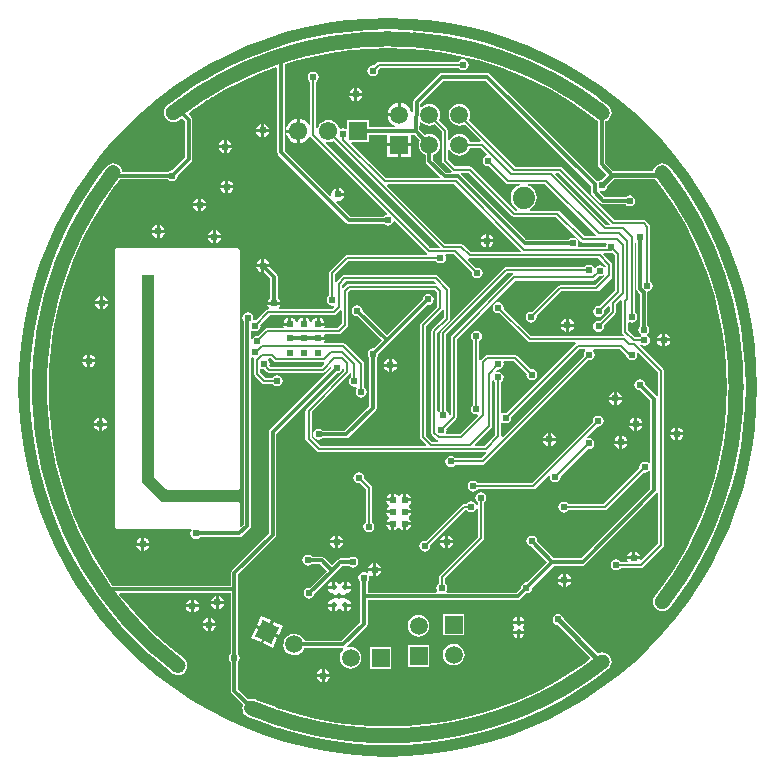
<source format=gbl>
G04 Layer_Physical_Order=2*
G04 Layer_Color=16711680*
%FSLAX25Y25*%
%MOIN*%
G70*
G01*
G75*
%ADD81C,0.01200*%
%ADD82C,0.00800*%
%ADD84C,0.01500*%
%ADD86C,0.05000*%
%ADD88C,0.07400*%
%ADD89C,0.05984*%
%ADD90P,0.08463X4X380.0*%
%ADD91R,0.05984X0.05984*%
%ADD92R,0.05984X0.05984*%
%ADD93R,0.06102X0.06102*%
%ADD94C,0.06102*%
%ADD95C,0.02400*%
%ADD96C,0.01969*%
G36*
X6901Y122886D02*
X13781Y122306D01*
X20617Y121341D01*
X27388Y119994D01*
X34073Y118270D01*
X40651Y116173D01*
X47101Y113711D01*
X53402Y110891D01*
X59536Y107722D01*
X65482Y104215D01*
X71223Y100379D01*
X76739Y96228D01*
X82014Y91774D01*
X87031Y87031D01*
X91774Y82014D01*
X96228Y76739D01*
X100379Y71223D01*
X104215Y65482D01*
X107722Y59536D01*
X110891Y53402D01*
X113711Y47101D01*
X116173Y40651D01*
X118270Y34073D01*
X119994Y27388D01*
X121341Y20617D01*
X122306Y13781D01*
X122886Y6901D01*
X123080Y0D01*
X122886Y-6901D01*
X122306Y-13781D01*
X121341Y-20617D01*
X119994Y-27388D01*
X118270Y-34073D01*
X116173Y-40651D01*
X113711Y-47101D01*
X110891Y-53402D01*
X107722Y-59536D01*
X104215Y-65482D01*
X100379Y-71223D01*
X96228Y-76739D01*
X91774Y-82014D01*
X87031Y-87031D01*
X82014Y-91774D01*
X76739Y-96228D01*
X71223Y-100379D01*
X65482Y-104215D01*
X59536Y-107722D01*
X53402Y-110891D01*
X47101Y-113711D01*
X40651Y-116173D01*
X34073Y-118270D01*
X27388Y-119994D01*
X20617Y-121341D01*
X13781Y-122306D01*
X6901Y-122886D01*
X0Y-123080D01*
X-6901Y-122886D01*
X-13781Y-122306D01*
X-20617Y-121341D01*
X-27388Y-119994D01*
X-34073Y-118270D01*
X-40651Y-116173D01*
X-47101Y-113711D01*
X-53402Y-110891D01*
X-59536Y-107722D01*
X-65482Y-104215D01*
X-71223Y-100379D01*
X-76739Y-96228D01*
X-82014Y-91774D01*
X-87031Y-87031D01*
X-91774Y-82014D01*
X-96228Y-76739D01*
X-100379Y-71223D01*
X-104215Y-65482D01*
X-107722Y-59536D01*
X-110891Y-53402D01*
X-113711Y-47101D01*
X-116173Y-40651D01*
X-118270Y-34073D01*
X-119994Y-27388D01*
X-121341Y-20617D01*
X-122306Y-13781D01*
X-122886Y-6901D01*
X-123080Y0D01*
X-122886Y6901D01*
X-122306Y13781D01*
X-121341Y20617D01*
X-119994Y27388D01*
X-118270Y34073D01*
X-116173Y40651D01*
X-113711Y47101D01*
X-110891Y53402D01*
X-107722Y59536D01*
X-104215Y65482D01*
X-100379Y71223D01*
X-96228Y76739D01*
X-91774Y82014D01*
X-87031Y87031D01*
X-82014Y91774D01*
X-76739Y96228D01*
X-71223Y100379D01*
X-65482Y104215D01*
X-59536Y107722D01*
X-53402Y110891D01*
X-47101Y113711D01*
X-40651Y116173D01*
X-34073Y118270D01*
X-27388Y119994D01*
X-20617Y121341D01*
X-13781Y122306D01*
X-6901Y122886D01*
X0Y123080D01*
X6901Y122886D01*
D02*
G37*
%LPC*%
G36*
X-16500Y-49335D02*
Y-50978D01*
X-14856D01*
X-14928Y-50620D01*
X-15414Y-49892D01*
X-16142Y-49406D01*
X-16500Y-49335D01*
D02*
G37*
G36*
X-9617Y-28311D02*
X-10319Y-28451D01*
X-10915Y-28848D01*
X-11312Y-29444D01*
X-11452Y-30146D01*
X-11312Y-30848D01*
X-10915Y-31444D01*
X-10319Y-31842D01*
X-9617Y-31981D01*
X-9289Y-31916D01*
X-7351Y-33854D01*
Y-44948D01*
X-7629Y-45134D01*
X-8027Y-45729D01*
X-8167Y-46431D01*
X-8027Y-47134D01*
X-7629Y-47729D01*
X-7034Y-48127D01*
X-6331Y-48267D01*
X-5629Y-48127D01*
X-5034Y-47729D01*
X-4636Y-47134D01*
X-4496Y-46431D01*
X-4636Y-45729D01*
X-5034Y-45134D01*
X-5312Y-44948D01*
Y-33432D01*
X-5390Y-33041D01*
X-5610Y-32710D01*
X-7847Y-30474D01*
X-7782Y-30146D01*
X-7921Y-29444D01*
X-8319Y-28848D01*
X-8915Y-28451D01*
X-9617Y-28311D01*
D02*
G37*
G36*
X-17500Y-49335D02*
X-17858Y-49406D01*
X-18586Y-49892D01*
X-19072Y-50620D01*
X-19144Y-50978D01*
X-17500D01*
Y-49335D01*
D02*
G37*
G36*
X19100Y-49356D02*
X18742Y-49428D01*
X18014Y-49914D01*
X17528Y-50642D01*
X17456Y-51000D01*
X19100D01*
Y-49356D01*
D02*
G37*
G36*
X20100D02*
Y-51000D01*
X21744D01*
X21672Y-50642D01*
X21186Y-49914D01*
X20458Y-49428D01*
X20100Y-49356D01*
D02*
G37*
G36*
X6169Y-35420D02*
Y-37063D01*
X7812D01*
X7741Y-36705D01*
X7255Y-35977D01*
X6527Y-35491D01*
X6169Y-35420D01*
D02*
G37*
G36*
X5169D02*
X4810Y-35491D01*
X4082Y-35977D01*
X3950Y-36175D01*
X3450D01*
X3318Y-35977D01*
X2590Y-35491D01*
X2232Y-35420D01*
Y-37563D01*
X1732D01*
Y-38063D01*
X-412D01*
X-341Y-38422D01*
X145Y-39149D01*
X343Y-39282D01*
Y-39782D01*
X145Y-39914D01*
X-341Y-40642D01*
X-412Y-41000D01*
X1732D01*
Y-42000D01*
X-412D01*
X-341Y-42358D01*
X145Y-43086D01*
X344Y-43219D01*
Y-43719D01*
X145Y-43851D01*
X-341Y-44579D01*
X-412Y-44937D01*
X1732D01*
Y-45437D01*
X2232D01*
Y-47581D01*
X2590Y-47510D01*
X2590Y-47510D01*
X2590Y-47510D01*
X3318Y-47023D01*
X3450Y-46825D01*
X3950D01*
X4082Y-47023D01*
X4810Y-47510D01*
X5169Y-47581D01*
Y-45437D01*
X5669D01*
Y-44937D01*
X7812D01*
X7741Y-44579D01*
X7255Y-43851D01*
X7056Y-43719D01*
Y-43219D01*
X7255Y-43086D01*
X7741Y-42358D01*
X7812Y-42000D01*
X5669D01*
Y-41000D01*
X7812D01*
X7741Y-40642D01*
X7255Y-39914D01*
X7057Y-39782D01*
Y-39282D01*
X7255Y-39149D01*
X7741Y-38422D01*
X7812Y-38063D01*
X5669D01*
Y-37563D01*
X5169D01*
Y-35420D01*
D02*
G37*
G36*
X1232D02*
X873Y-35491D01*
X145Y-35977D01*
X-341Y-36705D01*
X-412Y-37063D01*
X1232D01*
Y-35420D01*
D02*
G37*
G36*
Y-45937D02*
X-412D01*
X-341Y-46296D01*
X145Y-47023D01*
X873Y-47510D01*
X1232Y-47581D01*
Y-45937D01*
D02*
G37*
G36*
X7812D02*
X6169D01*
Y-47581D01*
X6527Y-47510D01*
X7255Y-47023D01*
X7741Y-46296D01*
X7812Y-45937D01*
D02*
G37*
G36*
X-26700Y-55865D02*
X-27402Y-56004D01*
X-27998Y-56402D01*
X-28396Y-56998D01*
X-28535Y-57700D01*
X-28396Y-58402D01*
X-27998Y-58998D01*
X-27402Y-59396D01*
X-26700Y-59535D01*
X-25998Y-59396D01*
X-25402Y-58998D01*
X-25353Y-58924D01*
X-22507D01*
X-20330Y-61100D01*
X-26044Y-66814D01*
X-26131Y-66796D01*
X-26834Y-66936D01*
X-27429Y-67334D01*
X-27827Y-67929D01*
X-27967Y-68632D01*
X-27827Y-69334D01*
X-27429Y-69929D01*
X-26834Y-70327D01*
X-26131Y-70467D01*
X-25429Y-70327D01*
X-24834Y-69929D01*
X-24436Y-69334D01*
X-24296Y-68632D01*
X-24314Y-68544D01*
X-17735Y-61965D01*
X-15275Y-59505D01*
X-12979D01*
X-12929Y-59579D01*
X-12334Y-59977D01*
X-11631Y-60117D01*
X-10929Y-59977D01*
X-10334Y-59579D01*
X-9936Y-58984D01*
X-9796Y-58281D01*
X-9936Y-57579D01*
X-10334Y-56984D01*
X-10929Y-56586D01*
X-11631Y-56446D01*
X-12334Y-56586D01*
X-12929Y-56984D01*
X-12979Y-57058D01*
X-15781D01*
X-16250Y-57151D01*
X-16647Y-57416D01*
X-18600Y-59370D01*
X-21135Y-56835D01*
X-21532Y-56570D01*
X-22000Y-56476D01*
X-25353D01*
X-25402Y-56402D01*
X-25998Y-56004D01*
X-26700Y-55865D01*
D02*
G37*
G36*
X81468Y-54688D02*
X81110Y-54759D01*
X80382Y-55245D01*
X79896Y-55973D01*
X79825Y-56331D01*
X81468D01*
Y-54688D01*
D02*
G37*
G36*
X-3881Y-58638D02*
Y-60281D01*
X-2237D01*
X-2308Y-59923D01*
X-2794Y-59195D01*
X-3522Y-58709D01*
X-3881Y-58638D01*
D02*
G37*
G36*
X-2237Y-61282D02*
X-3881D01*
Y-62925D01*
X-3522Y-62854D01*
X-2794Y-62368D01*
X-2308Y-61640D01*
X-2237Y-61282D01*
D02*
G37*
G36*
X-4880Y-58638D02*
X-5239Y-58709D01*
X-5967Y-59195D01*
X-6453Y-59923D01*
X-6524Y-60281D01*
X-4880D01*
Y-58638D01*
D02*
G37*
G36*
X-17500Y-51978D02*
X-19144D01*
X-19072Y-52337D01*
X-18586Y-53064D01*
X-17858Y-53551D01*
X-17500Y-53622D01*
Y-51978D01*
D02*
G37*
G36*
X-14856D02*
X-16500D01*
Y-53622D01*
X-16142Y-53551D01*
X-15414Y-53064D01*
X-14928Y-52337D01*
X-14856Y-51978D01*
D02*
G37*
G36*
X21744Y-52000D02*
X20100D01*
Y-53644D01*
X20458Y-53572D01*
X21186Y-53086D01*
X21672Y-52358D01*
X21744Y-52000D01*
D02*
G37*
G36*
X82468Y-54688D02*
Y-56331D01*
X84112D01*
X84041Y-55973D01*
X83555Y-55245D01*
X82827Y-54759D01*
X82468Y-54688D01*
D02*
G37*
G36*
X19100Y-52000D02*
X17456D01*
X17528Y-52358D01*
X18014Y-53086D01*
X18742Y-53572D01*
X19100Y-53644D01*
Y-52000D01*
D02*
G37*
G36*
X84844Y-12800D02*
X83200D01*
Y-14444D01*
X83558Y-14372D01*
X84286Y-13886D01*
X84772Y-13158D01*
X84844Y-12800D01*
D02*
G37*
G36*
X70124Y-9496D02*
X69421Y-9636D01*
X68826Y-10034D01*
X68428Y-10629D01*
X68288Y-11332D01*
X68354Y-11660D01*
X48001Y-32012D01*
X29952D01*
X29766Y-31734D01*
X29171Y-31336D01*
X28468Y-31196D01*
X27766Y-31336D01*
X27171Y-31734D01*
X26773Y-32329D01*
X26633Y-33031D01*
X26773Y-33734D01*
X27171Y-34329D01*
X27766Y-34727D01*
X28468Y-34867D01*
X29171Y-34727D01*
X29766Y-34329D01*
X29952Y-34051D01*
X48424D01*
X48814Y-33974D01*
X49145Y-33753D01*
X53637Y-29260D01*
X54098Y-29506D01*
X54033Y-29831D01*
X54173Y-30534D01*
X54571Y-31129D01*
X55166Y-31527D01*
X55869Y-31667D01*
X56571Y-31527D01*
X57166Y-31129D01*
X57564Y-30534D01*
X57704Y-29831D01*
X57639Y-29503D01*
X66646Y-20496D01*
X66974Y-20561D01*
X67676Y-20422D01*
X68272Y-20024D01*
X68670Y-19428D01*
X68809Y-18726D01*
X68670Y-18024D01*
X68272Y-17428D01*
X67676Y-17030D01*
X66974Y-16891D01*
X66649Y-16955D01*
X66403Y-16495D01*
X69796Y-13102D01*
X70124Y-13167D01*
X70826Y-13027D01*
X71421Y-12629D01*
X71819Y-12034D01*
X71959Y-11332D01*
X71819Y-10629D01*
X71421Y-10034D01*
X70826Y-9636D01*
X70124Y-9496D01*
D02*
G37*
G36*
X82200Y-12800D02*
X80556D01*
X80628Y-13158D01*
X81114Y-13886D01*
X81842Y-14372D01*
X82200Y-14444D01*
Y-12800D01*
D02*
G37*
G36*
X95900Y-13356D02*
X95542Y-13428D01*
X94814Y-13914D01*
X94328Y-14642D01*
X94256Y-15000D01*
X95900D01*
Y-13356D01*
D02*
G37*
G36*
X96900D02*
Y-15000D01*
X98544D01*
X98472Y-14642D01*
X97986Y-13914D01*
X97258Y-13428D01*
X96900Y-13356D01*
D02*
G37*
G36*
X78044Y-4200D02*
X76400D01*
Y-5844D01*
X76758Y-5772D01*
X77486Y-5286D01*
X77972Y-4558D01*
X78044Y-4200D01*
D02*
G37*
G36*
X75400Y-1556D02*
X75042Y-1628D01*
X74314Y-2114D01*
X73828Y-2842D01*
X73756Y-3200D01*
X75400D01*
Y-1556D01*
D02*
G37*
G36*
Y-4200D02*
X73756D01*
X73828Y-4558D01*
X74314Y-5286D01*
X75042Y-5772D01*
X75400Y-5844D01*
Y-4200D01*
D02*
G37*
G36*
X82200Y-10156D02*
X81842Y-10228D01*
X81114Y-10714D01*
X80628Y-11442D01*
X80556Y-11800D01*
X82200D01*
Y-10156D01*
D02*
G37*
G36*
X83200D02*
Y-11800D01*
X84844D01*
X84772Y-11442D01*
X84286Y-10714D01*
X83558Y-10228D01*
X83200Y-10156D01*
D02*
G37*
G36*
X56044Y-17900D02*
X54400D01*
Y-19544D01*
X54758Y-19472D01*
X55486Y-18986D01*
X55972Y-18258D01*
X56044Y-17900D01*
D02*
G37*
G36*
X77200Y-16156D02*
X76842Y-16228D01*
X76114Y-16714D01*
X75628Y-17442D01*
X75556Y-17800D01*
X77200D01*
Y-16156D01*
D02*
G37*
G36*
X53400Y-17900D02*
X51756D01*
X51828Y-18258D01*
X52314Y-18986D01*
X53042Y-19472D01*
X53400Y-19544D01*
Y-17900D01*
D02*
G37*
G36*
X77200Y-18800D02*
X75556D01*
X75628Y-19158D01*
X76114Y-19886D01*
X76842Y-20372D01*
X77200Y-20444D01*
Y-18800D01*
D02*
G37*
G36*
X79844D02*
X78200D01*
Y-20444D01*
X78558Y-20372D01*
X79286Y-19886D01*
X79772Y-19158D01*
X79844Y-18800D01*
D02*
G37*
G36*
X53400Y-15256D02*
X53042Y-15328D01*
X52314Y-15814D01*
X51828Y-16542D01*
X51756Y-16900D01*
X53400D01*
Y-15256D01*
D02*
G37*
G36*
X54400D02*
Y-16900D01*
X56044D01*
X55972Y-16542D01*
X55486Y-15814D01*
X54758Y-15328D01*
X54400Y-15256D01*
D02*
G37*
G36*
X98544Y-16000D02*
X96900D01*
Y-17644D01*
X97258Y-17572D01*
X97986Y-17086D01*
X98472Y-16358D01*
X98544Y-16000D01*
D02*
G37*
G36*
X78200Y-16156D02*
Y-17800D01*
X79844D01*
X79772Y-17442D01*
X79286Y-16714D01*
X78558Y-16228D01*
X78200Y-16156D01*
D02*
G37*
G36*
X95900Y-16000D02*
X94256D01*
X94328Y-16358D01*
X94814Y-17086D01*
X95542Y-17572D01*
X95900Y-17644D01*
Y-16000D01*
D02*
G37*
G36*
X59368Y-62145D02*
Y-63788D01*
X61012D01*
X60941Y-63430D01*
X60455Y-62702D01*
X59727Y-62216D01*
X59368Y-62145D01*
D02*
G37*
G36*
X25592Y-75508D02*
X18408D01*
Y-82692D01*
X25592D01*
Y-75508D01*
D02*
G37*
G36*
X-60000Y-79600D02*
X-61644D01*
X-61572Y-79958D01*
X-61086Y-80686D01*
X-60358Y-81172D01*
X-60000Y-81244D01*
Y-79600D01*
D02*
G37*
G36*
X-38060Y-78093D02*
X-39535Y-81258D01*
X-36371Y-82734D01*
X-34895Y-79569D01*
X-38060Y-78093D01*
D02*
G37*
G36*
X45524Y-82075D02*
X44100D01*
Y-83499D01*
X44374Y-83444D01*
X45031Y-83005D01*
X45469Y-82349D01*
X45524Y-82075D01*
D02*
G37*
G36*
X10300Y-75877D02*
X9362Y-76000D01*
X8488Y-76362D01*
X7738Y-76938D01*
X7162Y-77688D01*
X6800Y-78562D01*
X6677Y-79500D01*
X6800Y-80438D01*
X7162Y-81312D01*
X7738Y-82062D01*
X8488Y-82638D01*
X9362Y-83000D01*
X10300Y-83123D01*
X11238Y-83000D01*
X12112Y-82638D01*
X12862Y-82062D01*
X13438Y-81312D01*
X13800Y-80438D01*
X13923Y-79500D01*
X13800Y-78562D01*
X13438Y-77688D01*
X12862Y-76938D01*
X12112Y-76362D01*
X11238Y-76000D01*
X10300Y-75877D01*
D02*
G37*
G36*
X-60000Y-76956D02*
X-60358Y-77028D01*
X-61086Y-77514D01*
X-61572Y-78242D01*
X-61644Y-78600D01*
X-60000D01*
Y-76956D01*
D02*
G37*
G36*
X-59000D02*
Y-78600D01*
X-57356D01*
X-57428Y-78242D01*
X-57914Y-77514D01*
X-58642Y-77028D01*
X-59000Y-76956D01*
D02*
G37*
G36*
X-42131Y-76195D02*
X-43607Y-79360D01*
X-40442Y-80835D01*
X-38966Y-77671D01*
X-42131Y-76195D01*
D02*
G37*
G36*
X-57356Y-79600D02*
X-59000D01*
Y-81244D01*
X-58642Y-81172D01*
X-57914Y-80686D01*
X-57428Y-79958D01*
X-57356Y-79600D01*
D02*
G37*
G36*
X45524Y-78925D02*
X41676D01*
X41731Y-79199D01*
X42025Y-79640D01*
X42128Y-80000D01*
X42025Y-80361D01*
X41731Y-80801D01*
X41676Y-81075D01*
X45524D01*
X45469Y-80801D01*
X45175Y-80361D01*
X45072Y-80000D01*
X45175Y-79640D01*
X45469Y-79199D01*
X45524Y-78925D01*
D02*
G37*
G36*
X-21000Y-93956D02*
Y-95600D01*
X-19356D01*
X-19428Y-95242D01*
X-19914Y-94514D01*
X-20642Y-94028D01*
X-21000Y-93956D01*
D02*
G37*
G36*
X1192Y-86608D02*
X-5992D01*
Y-93792D01*
X1192D01*
Y-86608D01*
D02*
G37*
G36*
X-22000Y-93956D02*
X-22358Y-94028D01*
X-23086Y-94514D01*
X-23572Y-95242D01*
X-23644Y-95600D01*
X-22000D01*
Y-93956D01*
D02*
G37*
G36*
Y-96600D02*
X-23644D01*
X-23572Y-96958D01*
X-23086Y-97686D01*
X-22358Y-98172D01*
X-22000Y-98244D01*
Y-96600D01*
D02*
G37*
G36*
X-19356D02*
X-21000D01*
Y-98244D01*
X-20642Y-98172D01*
X-19914Y-97686D01*
X-19428Y-96958D01*
X-19356Y-96600D01*
D02*
G37*
G36*
X-44029Y-80266D02*
X-45505Y-83431D01*
X-42340Y-84907D01*
X-40865Y-81742D01*
X-44029Y-80266D01*
D02*
G37*
G36*
X43100Y-82075D02*
X41676D01*
X41731Y-82349D01*
X42169Y-83005D01*
X42826Y-83444D01*
X43100Y-83499D01*
Y-82075D01*
D02*
G37*
G36*
X-39958Y-82165D02*
X-41434Y-85329D01*
X-38269Y-86805D01*
X-36793Y-83640D01*
X-39958Y-82165D01*
D02*
G37*
G36*
X13892Y-85908D02*
X6708D01*
Y-93092D01*
X13892D01*
Y-85908D01*
D02*
G37*
G36*
X22000Y-85477D02*
X21062Y-85600D01*
X20188Y-85962D01*
X19438Y-86538D01*
X18862Y-87288D01*
X18500Y-88162D01*
X18377Y-89100D01*
X18500Y-90038D01*
X18862Y-90912D01*
X19438Y-91662D01*
X20188Y-92238D01*
X21062Y-92600D01*
X22000Y-92723D01*
X22938Y-92600D01*
X23812Y-92238D01*
X24562Y-91662D01*
X25138Y-90912D01*
X25500Y-90038D01*
X25623Y-89100D01*
X25500Y-88162D01*
X25138Y-87288D01*
X24562Y-86538D01*
X23812Y-85962D01*
X22938Y-85600D01*
X22000Y-85477D01*
D02*
G37*
G36*
X-56300Y-69556D02*
Y-71200D01*
X-54656D01*
X-54728Y-70842D01*
X-55214Y-70114D01*
X-55942Y-69628D01*
X-56300Y-69556D01*
D02*
G37*
G36*
X58368Y-64789D02*
X56725D01*
X56796Y-65147D01*
X57282Y-65875D01*
X58010Y-66361D01*
X58368Y-66432D01*
Y-64789D01*
D02*
G37*
G36*
X-57300Y-69556D02*
X-57658Y-69628D01*
X-58386Y-70114D01*
X-58872Y-70842D01*
X-58944Y-71200D01*
X-57300D01*
Y-69556D01*
D02*
G37*
G36*
X-65600Y-70756D02*
X-65958Y-70828D01*
X-66686Y-71314D01*
X-67172Y-72042D01*
X-67244Y-72400D01*
X-65600D01*
Y-70756D01*
D02*
G37*
G36*
X-64600D02*
Y-72400D01*
X-62956D01*
X-63028Y-72042D01*
X-63514Y-71314D01*
X-64242Y-70828D01*
X-64600Y-70756D01*
D02*
G37*
G36*
X-14612Y-64806D02*
X-14886Y-64860D01*
X-15543Y-65299D01*
X-15780Y-65654D01*
X-16381D01*
X-16618Y-65299D01*
X-17275Y-64860D01*
X-17549Y-64806D01*
Y-66729D01*
X-18049D01*
Y-67229D01*
X-19973D01*
X-19918Y-67503D01*
X-19480Y-68160D01*
X-18823Y-68598D01*
X-18377Y-68687D01*
X-18041Y-68861D01*
X-18017Y-69182D01*
X-14144D01*
X-14120Y-68861D01*
X-13784Y-68687D01*
X-13338Y-68598D01*
X-12681Y-68160D01*
X-12243Y-67503D01*
X-12188Y-67229D01*
X-14112D01*
Y-66729D01*
X-14612D01*
Y-64806D01*
D02*
G37*
G36*
X58368Y-62145D02*
X58010Y-62216D01*
X57282Y-62702D01*
X56796Y-63430D01*
X56725Y-63788D01*
X58368D01*
Y-62145D01*
D02*
G37*
G36*
X-13612Y-64806D02*
Y-66229D01*
X-12188D01*
X-12243Y-65955D01*
X-12681Y-65299D01*
X-13338Y-64860D01*
X-13612Y-64806D01*
D02*
G37*
G36*
X61012Y-64789D02*
X59368D01*
Y-66432D01*
X59727Y-66361D01*
X60455Y-65875D01*
X60941Y-65147D01*
X61012Y-64789D01*
D02*
G37*
G36*
X-18549Y-64806D02*
X-18823Y-64860D01*
X-19480Y-65299D01*
X-19918Y-65955D01*
X-19973Y-66229D01*
X-18549D01*
Y-64806D01*
D02*
G37*
G36*
X-62956Y-73400D02*
X-64600D01*
Y-75044D01*
X-64242Y-74972D01*
X-63514Y-74486D01*
X-63028Y-73758D01*
X-62956Y-73400D01*
D02*
G37*
G36*
X0Y119289D02*
X-6689Y119101D01*
X-13356Y118539D01*
X-19982Y117603D01*
X-26544Y116298D01*
X-33023Y114627D01*
X-39399Y112595D01*
X-45650Y110208D01*
X-51757Y107475D01*
X-57702Y104404D01*
X-60987Y102467D01*
X-60993Y102463D01*
X-61308Y102291D01*
X-61381Y102261D01*
X-61424Y102227D01*
X-61842Y101962D01*
X-63465Y101005D01*
X-69029Y97287D01*
X-69717Y96769D01*
X-70099Y96482D01*
Y96482D01*
X-70480Y96195D01*
X-71446Y95468D01*
X-71459Y95463D01*
X-71762Y95231D01*
X-71770Y95224D01*
X-73425Y93979D01*
X-73425Y93979D01*
X-73715Y93732D01*
X-73779Y93649D01*
X-74212Y93084D01*
X-74524Y92330D01*
X-74631Y91521D01*
X-74524Y90712D01*
X-74212Y89958D01*
X-73715Y89310D01*
X-73067Y88813D01*
X-72313Y88501D01*
X-71504Y88394D01*
X-70695Y88501D01*
X-69941Y88813D01*
X-69595Y89078D01*
X-69576Y89053D01*
X-68634Y89762D01*
X-67624Y88752D01*
Y76450D01*
X-71755Y72318D01*
X-71843Y72335D01*
X-72545Y72196D01*
X-73141Y71798D01*
X-73190Y71724D01*
X-88423D01*
X-88428Y71762D01*
X-88501Y72313D01*
X-88813Y73067D01*
X-89310Y73715D01*
X-89958Y74212D01*
X-90712Y74524D01*
X-91521Y74631D01*
X-92330Y74524D01*
X-93084Y74212D01*
X-93649Y73779D01*
X-93732Y73715D01*
X-93979Y73425D01*
X-93979Y73425D01*
X-95231Y71762D01*
X-95231Y71762D01*
X-95463Y71459D01*
X-95468Y71446D01*
X-97287Y69029D01*
X-101005Y63465D01*
X-104404Y57702D01*
X-107475Y51757D01*
X-110208Y45650D01*
X-112595Y39399D01*
X-114627Y33023D01*
X-116298Y26544D01*
X-117603Y19982D01*
X-118539Y13356D01*
X-119101Y6689D01*
X-119289Y0D01*
X-119101Y-6689D01*
X-118539Y-13356D01*
X-117603Y-19982D01*
X-116298Y-26544D01*
X-114627Y-33023D01*
X-112595Y-39399D01*
X-110208Y-45650D01*
X-107475Y-51757D01*
X-104404Y-57702D01*
X-101005Y-63465D01*
X-97287Y-69029D01*
X-93264Y-74375D01*
X-88947Y-79488D01*
X-84350Y-84350D01*
X-81687Y-86867D01*
X-81683Y-86871D01*
X-81482Y-87071D01*
X-81419Y-87152D01*
X-81332Y-87218D01*
X-80964Y-87551D01*
X-79488Y-88947D01*
X-78238Y-90002D01*
X-74375Y-93264D01*
X-71762Y-95231D01*
X-71762Y-95231D01*
X-71459Y-95463D01*
X-71355Y-95506D01*
X-70705Y-95775D01*
X-69896Y-95882D01*
X-69087Y-95775D01*
X-68332Y-95463D01*
X-67685Y-94966D01*
X-67188Y-94318D01*
X-66876Y-93564D01*
X-66769Y-92755D01*
X-66876Y-91946D01*
X-67188Y-91192D01*
X-67685Y-90544D01*
X-68030Y-90279D01*
X-68000Y-90239D01*
X-70477Y-88375D01*
X-74137Y-85285D01*
X-74137Y-85285D01*
Y-85285D01*
X-75321Y-84285D01*
X-75465Y-84149D01*
X-75503Y-84099D01*
X-75579Y-84041D01*
X-75629Y-83994D01*
X-76787Y-82899D01*
X-79929Y-79929D01*
X-84285Y-75321D01*
X-88375Y-70477D01*
X-89433Y-69071D01*
X-89210Y-68624D01*
X-52360D01*
Y-88784D01*
X-52434Y-88834D01*
X-52832Y-89429D01*
X-52972Y-90131D01*
X-52832Y-90834D01*
X-52434Y-91429D01*
X-52360Y-91479D01*
Y-101153D01*
X-52267Y-101621D01*
X-52001Y-102018D01*
X-48260Y-105760D01*
X-48400Y-106100D01*
X-48507Y-106909D01*
X-48400Y-107718D01*
X-48088Y-108472D01*
X-47591Y-109120D01*
X-47026Y-109554D01*
X-46944Y-109617D01*
X-46600Y-109783D01*
X-46600Y-109783D01*
X-45650Y-110208D01*
X-44677Y-110580D01*
Y-110580D01*
X-39399Y-112595D01*
X-36856Y-113405D01*
X-36851Y-113415D01*
Y-113415D01*
X-36851D01*
X-36699Y-113478D01*
X-36579Y-113493D01*
X-36578Y-113494D01*
X-36373Y-113559D01*
X-33023Y-114627D01*
X-26544Y-116298D01*
X-19982Y-117603D01*
X-13356Y-118539D01*
X-10395Y-118788D01*
X-10393Y-118791D01*
X-10393Y-118791D01*
D01*
X-10122Y-118826D01*
X-10052Y-118817D01*
X-10052D01*
X-9895Y-118831D01*
X-6689Y-119101D01*
X0Y-119289D01*
X6689Y-119101D01*
X13356Y-118539D01*
X19982Y-117603D01*
X26544Y-116298D01*
X33023Y-114627D01*
X39399Y-112595D01*
X45650Y-110208D01*
X51757Y-107475D01*
X57702Y-104404D01*
X63465Y-101005D01*
X69029Y-97287D01*
X73425Y-93979D01*
X73425Y-93979D01*
X73715Y-93732D01*
X73779Y-93649D01*
X74212Y-93084D01*
X74524Y-92330D01*
X74631Y-91521D01*
X74524Y-90712D01*
X74212Y-89958D01*
X73715Y-89310D01*
X73067Y-88813D01*
X72313Y-88501D01*
X71504Y-88394D01*
X70695Y-88501D01*
X70095Y-88749D01*
X58608Y-77261D01*
X58496Y-76698D01*
X58098Y-76102D01*
X57502Y-75704D01*
X56800Y-75565D01*
X56098Y-75704D01*
X55502Y-76102D01*
X55104Y-76698D01*
X54965Y-77400D01*
X55104Y-78102D01*
X55502Y-78698D01*
X56098Y-79096D01*
X56661Y-79208D01*
X67555Y-90102D01*
X67520Y-90601D01*
X65411Y-92188D01*
X60139Y-95710D01*
X54678Y-98932D01*
X49045Y-101842D01*
X43257Y-104432D01*
X37334Y-106693D01*
X31292Y-108618D01*
X25153Y-110202D01*
X18934Y-111439D01*
X12656Y-112326D01*
X6338Y-112858D01*
X0Y-113036D01*
X-6338Y-112858D01*
X-9365Y-112603D01*
X-9848Y-112562D01*
X-9848D01*
X-10331Y-112522D01*
X-11576Y-112417D01*
X-12656Y-112326D01*
X-13281Y-112237D01*
X-13772Y-112168D01*
X-13772D01*
X-14264Y-112099D01*
X-18934Y-111439D01*
X-25153Y-110202D01*
X-31292Y-108618D01*
X-34475Y-107604D01*
X-34917Y-107463D01*
X-34917D01*
X-35359Y-107322D01*
X-36127Y-107078D01*
X-36956Y-106813D01*
X-37003Y-106794D01*
X-37027Y-106791D01*
X-37334Y-106693D01*
X-41904Y-104948D01*
X-42335Y-104784D01*
X-42335D01*
X-42767Y-104619D01*
X-43257Y-104432D01*
X-44158Y-104029D01*
X-44169Y-104055D01*
X-44571Y-103889D01*
X-45380Y-103782D01*
X-46189Y-103889D01*
X-46529Y-104030D01*
X-49913Y-100646D01*
Y-91479D01*
X-49839Y-91429D01*
X-49441Y-90834D01*
X-49301Y-90131D01*
X-49441Y-89429D01*
X-49839Y-88834D01*
X-49913Y-88784D01*
Y-67400D01*
Y-62543D01*
X-37435Y-50065D01*
X-37170Y-49668D01*
X-37077Y-49200D01*
Y-15407D01*
X-16991Y4678D01*
X-16904Y4661D01*
X-16202Y4800D01*
X-15606Y5198D01*
X-15208Y5794D01*
X-15120Y6240D01*
X-14620Y6191D01*
Y5422D01*
X-27121Y-7079D01*
X-27342Y-7410D01*
X-27420Y-7800D01*
Y-17100D01*
X-27342Y-17490D01*
X-27121Y-17821D01*
X-23689Y-21252D01*
X-23359Y-21474D01*
X-22968Y-21551D01*
X32643D01*
X32695Y-21608D01*
X32883Y-22018D01*
X31189Y-23712D01*
X22552D01*
X22366Y-23434D01*
X21771Y-23036D01*
X21068Y-22896D01*
X20366Y-23036D01*
X19771Y-23434D01*
X19373Y-24029D01*
X19233Y-24732D01*
X19373Y-25434D01*
X19771Y-26029D01*
X20366Y-26427D01*
X21068Y-26567D01*
X21771Y-26427D01*
X22366Y-26029D01*
X22552Y-25751D01*
X31612D01*
X32002Y-25673D01*
X32333Y-25453D01*
X66884Y9099D01*
X67212Y9033D01*
X67914Y9173D01*
X68509Y9571D01*
X68907Y10166D01*
X69047Y10869D01*
X68907Y11571D01*
X68521Y12149D01*
X68541Y12253D01*
X68687Y12649D01*
X77476D01*
X79577Y10548D01*
X79673Y10066D01*
X80071Y9471D01*
X80666Y9073D01*
X81368Y8933D01*
X82071Y9073D01*
X82666Y9471D01*
X83064Y10066D01*
X83204Y10768D01*
X83085Y11366D01*
X83424Y11629D01*
X83497Y11661D01*
X90180Y4978D01*
Y-2909D01*
X89680Y-3061D01*
X89665Y-3038D01*
X85886Y741D01*
X85904Y828D01*
X85764Y1531D01*
X85366Y2126D01*
X84771Y2524D01*
X84069Y2664D01*
X83366Y2524D01*
X82771Y2126D01*
X82373Y1531D01*
X82233Y828D01*
X82373Y126D01*
X82771Y-469D01*
X83366Y-867D01*
X84069Y-1007D01*
X84156Y-990D01*
X87577Y-4410D01*
Y-25368D01*
X87076Y-25520D01*
X86998Y-25402D01*
X86402Y-25004D01*
X85700Y-24865D01*
X84998Y-25004D01*
X84402Y-25402D01*
X84004Y-25998D01*
X83865Y-26700D01*
X83930Y-27028D01*
X71978Y-38980D01*
X60184D01*
X59998Y-38702D01*
X59402Y-38304D01*
X58700Y-38165D01*
X57998Y-38304D01*
X57402Y-38702D01*
X57004Y-39298D01*
X56865Y-40000D01*
X57004Y-40702D01*
X57402Y-41298D01*
X57998Y-41696D01*
X58700Y-41835D01*
X59402Y-41696D01*
X59998Y-41298D01*
X60184Y-41020D01*
X72400D01*
X72790Y-40942D01*
X73121Y-40721D01*
X85372Y-28470D01*
X85700Y-28535D01*
X86402Y-28396D01*
X86998Y-27998D01*
X87076Y-27880D01*
X87577Y-28032D01*
Y-33893D01*
X64493Y-56976D01*
X55451D01*
X49862Y-51388D01*
X49879Y-51300D01*
X49740Y-50598D01*
X49342Y-50002D01*
X48746Y-49604D01*
X48044Y-49465D01*
X47342Y-49604D01*
X46746Y-50002D01*
X46348Y-50598D01*
X46209Y-51300D01*
X46348Y-52002D01*
X46746Y-52598D01*
X47342Y-52996D01*
X48044Y-53135D01*
X48131Y-53118D01*
X53192Y-58178D01*
X46334Y-65035D01*
X46247Y-65018D01*
X45545Y-65158D01*
X44949Y-65555D01*
X44551Y-66151D01*
X44412Y-66853D01*
X44429Y-66941D01*
X42862Y-68508D01*
X19759D01*
X19491Y-68008D01*
X19696Y-67702D01*
X19835Y-67000D01*
X19696Y-66298D01*
X19298Y-65702D01*
X19020Y-65516D01*
Y-63722D01*
X31752Y-50990D01*
X31973Y-50659D01*
X32051Y-50269D01*
Y-38352D01*
X32329Y-38166D01*
X32727Y-37571D01*
X32867Y-36869D01*
X32727Y-36166D01*
X32329Y-35571D01*
X31734Y-35173D01*
X31032Y-35033D01*
X30329Y-35173D01*
X29734Y-35571D01*
X29336Y-36166D01*
X29196Y-36869D01*
X29336Y-37571D01*
X29734Y-38166D01*
X30012Y-38352D01*
Y-39131D01*
X29512Y-39180D01*
X29496Y-39098D01*
X29098Y-38502D01*
X28502Y-38104D01*
X27800Y-37965D01*
X27098Y-38104D01*
X26502Y-38502D01*
X26316Y-38780D01*
X25500D01*
X25110Y-38858D01*
X24779Y-39079D01*
X12628Y-51230D01*
X12300Y-51165D01*
X11598Y-51304D01*
X11002Y-51702D01*
X10604Y-52298D01*
X10465Y-53000D01*
X10604Y-53702D01*
X11002Y-54298D01*
X11598Y-54696D01*
X12300Y-54835D01*
X13002Y-54696D01*
X13598Y-54298D01*
X13996Y-53702D01*
X14135Y-53000D01*
X14070Y-52672D01*
X25858Y-40884D01*
X26382Y-40917D01*
X26502Y-41098D01*
X27098Y-41496D01*
X27800Y-41635D01*
X28502Y-41496D01*
X29098Y-41098D01*
X29496Y-40502D01*
X29512Y-40420D01*
X30012Y-40469D01*
Y-49846D01*
X17279Y-62579D01*
X17058Y-62910D01*
X16980Y-63300D01*
Y-65516D01*
X16702Y-65702D01*
X16304Y-66298D01*
X16165Y-67000D01*
X16304Y-67702D01*
X16509Y-68008D01*
X16241Y-68508D01*
X-6708D01*
Y-64779D01*
X-6634Y-64729D01*
X-6236Y-64134D01*
X-6096Y-63432D01*
X-6222Y-62798D01*
X-6066Y-62623D01*
X-5817Y-62468D01*
X-5239Y-62854D01*
X-4880Y-62925D01*
Y-61282D01*
X-6524D01*
X-6453Y-61640D01*
X-6437Y-61664D01*
X-6797Y-62025D01*
X-7229Y-61736D01*
X-7931Y-61596D01*
X-8634Y-61736D01*
X-9229Y-62134D01*
X-9627Y-62729D01*
X-9767Y-63432D01*
X-9627Y-64134D01*
X-9229Y-64729D01*
X-9155Y-64779D01*
Y-78325D01*
X-15333Y-84503D01*
X-27729D01*
X-27732Y-84487D01*
X-28169Y-83648D01*
X-28808Y-82951D01*
X-29606Y-82442D01*
X-30508Y-82158D01*
X-31453Y-82117D01*
X-32376Y-82322D01*
X-33215Y-82758D01*
X-33912Y-83397D01*
X-34421Y-84195D01*
X-34705Y-85097D01*
X-34746Y-86042D01*
X-34541Y-86965D01*
X-34105Y-87804D01*
X-33466Y-88502D01*
X-32668Y-89010D01*
X-31766Y-89294D01*
X-30821Y-89336D01*
X-29898Y-89131D01*
X-29059Y-88694D01*
X-28361Y-88055D01*
X-27853Y-87257D01*
X-27756Y-86950D01*
X-14886D01*
X-14792Y-87076D01*
X-14695Y-87433D01*
X-14962Y-87638D01*
X-15538Y-88388D01*
X-15900Y-89262D01*
X-16023Y-90200D01*
X-15900Y-91138D01*
X-15538Y-92012D01*
X-14962Y-92762D01*
X-14212Y-93338D01*
X-13338Y-93700D01*
X-12400Y-93823D01*
X-11462Y-93700D01*
X-10588Y-93338D01*
X-9838Y-92762D01*
X-9262Y-92012D01*
X-8900Y-91138D01*
X-8777Y-90200D01*
X-8900Y-89262D01*
X-9262Y-88388D01*
X-9838Y-87638D01*
X-10588Y-87062D01*
X-11462Y-86700D01*
X-12400Y-86577D01*
X-13338Y-86700D01*
X-13381Y-86718D01*
X-13664Y-86294D01*
X-7066Y-79697D01*
X-6801Y-79300D01*
X-6708Y-78831D01*
Y-70955D01*
X43369D01*
X43837Y-70862D01*
X44234Y-70597D01*
X46159Y-68671D01*
X46247Y-68688D01*
X46949Y-68549D01*
X47545Y-68151D01*
X47943Y-67555D01*
X48082Y-66853D01*
X48065Y-66765D01*
X55407Y-59424D01*
X65000D01*
X65468Y-59330D01*
X65865Y-59065D01*
X89665Y-35265D01*
X89680Y-35242D01*
X90180Y-35394D01*
Y-52078D01*
X84546Y-57712D01*
X84086Y-57465D01*
X84112Y-57332D01*
X79825D01*
X79896Y-57690D01*
X79950Y-57771D01*
X79715Y-58212D01*
X77652D01*
X77466Y-57934D01*
X76871Y-57536D01*
X76169Y-57396D01*
X75466Y-57536D01*
X74871Y-57934D01*
X74473Y-58529D01*
X74333Y-59232D01*
X74473Y-59934D01*
X74871Y-60529D01*
X75466Y-60927D01*
X76169Y-61067D01*
X76871Y-60927D01*
X77466Y-60529D01*
X77652Y-60251D01*
X84469D01*
X84859Y-60173D01*
X85189Y-59952D01*
X91921Y-53221D01*
X92142Y-52890D01*
X92220Y-52500D01*
Y5400D01*
X92142Y5790D01*
X91921Y6121D01*
X84064Y13977D01*
X84383Y14366D01*
X84866Y14043D01*
X85568Y13903D01*
X86271Y14043D01*
X86866Y14441D01*
X87264Y15036D01*
X87404Y15739D01*
X87264Y16441D01*
X86866Y17036D01*
X86542Y17253D01*
X86539Y17852D01*
X86598Y17891D01*
X86996Y18486D01*
X87135Y19189D01*
X86996Y19891D01*
X86598Y20486D01*
X86523Y20536D01*
Y31433D01*
X86548Y31908D01*
X87251Y32048D01*
X87846Y32446D01*
X88244Y33041D01*
X88384Y33744D01*
X88244Y34446D01*
X87846Y35041D01*
X87568Y35227D01*
Y53489D01*
X87490Y53879D01*
X87269Y54210D01*
X86053Y55426D01*
X85723Y55647D01*
X85332Y55724D01*
X75555D01*
X57990Y73290D01*
X57659Y73510D01*
X57269Y73588D01*
X42554D01*
X27072Y89070D01*
X27400Y89862D01*
X27523Y90800D01*
X27400Y91738D01*
X27038Y92612D01*
X26462Y93362D01*
X25712Y93938D01*
X24838Y94300D01*
X23900Y94423D01*
X22962Y94300D01*
X22088Y93938D01*
X21338Y93362D01*
X20762Y92612D01*
X20400Y91738D01*
X20277Y90800D01*
X20400Y89862D01*
X20762Y88988D01*
X21338Y88238D01*
X22088Y87662D01*
X22962Y87300D01*
X23900Y87177D01*
X24838Y87300D01*
X25630Y87628D01*
X30977Y82282D01*
X30785Y81820D01*
X27366D01*
X27038Y82612D01*
X26462Y83362D01*
X25712Y83938D01*
X24838Y84300D01*
X23900Y84423D01*
X22962Y84300D01*
X22088Y83938D01*
X21338Y83362D01*
X20762Y82612D01*
X20688Y82432D01*
X20188Y82532D01*
Y85532D01*
X20110Y85922D01*
X19890Y86253D01*
X17072Y89070D01*
X17400Y89862D01*
X17523Y90800D01*
X17400Y91738D01*
X17038Y92612D01*
X16462Y93362D01*
X15712Y93938D01*
X14838Y94300D01*
X13900Y94423D01*
X12962Y94300D01*
X12088Y93938D01*
X11338Y93362D01*
X11303Y93316D01*
X10833Y93486D01*
X10873Y94543D01*
X18575Y102245D01*
X32712D01*
X67745Y67212D01*
Y64969D01*
X67838Y64500D01*
X68103Y64103D01*
X70914Y61292D01*
X71311Y61027D01*
X71780Y60934D01*
X79268D01*
X79318Y60860D01*
X79913Y60462D01*
X80616Y60322D01*
X81318Y60462D01*
X81913Y60860D01*
X82311Y61455D01*
X82451Y62157D01*
X82311Y62860D01*
X81913Y63455D01*
X81318Y63853D01*
X80616Y63993D01*
X79913Y63853D01*
X79318Y63455D01*
X79268Y63381D01*
X72286D01*
X70589Y65079D01*
X70835Y65539D01*
X71368Y65433D01*
X72071Y65573D01*
X72666Y65971D01*
X73064Y66566D01*
X73176Y67129D01*
X75470Y69424D01*
X89168D01*
X92188Y65411D01*
X95710Y60139D01*
X98932Y54678D01*
X101842Y49045D01*
X104432Y43257D01*
X106693Y37334D01*
X108618Y31292D01*
X110202Y25153D01*
X111439Y18934D01*
X112326Y12656D01*
X112858Y6338D01*
X113036Y0D01*
X112858Y-6338D01*
X112326Y-12656D01*
X111439Y-18934D01*
X110202Y-25153D01*
X108618Y-31292D01*
X106693Y-37334D01*
X104432Y-43257D01*
X101842Y-49045D01*
X98932Y-54678D01*
X95710Y-60139D01*
X92188Y-65411D01*
X89053Y-69576D01*
X89078Y-69595D01*
X88813Y-69941D01*
X88501Y-70695D01*
X88394Y-71504D01*
X88501Y-72313D01*
X88813Y-73067D01*
X89310Y-73715D01*
X89958Y-74212D01*
X90712Y-74524D01*
X91521Y-74631D01*
X92330Y-74524D01*
X93084Y-74212D01*
X93649Y-73779D01*
X93732Y-73715D01*
X93979Y-73425D01*
X93979Y-73425D01*
X97287Y-69029D01*
X101005Y-63465D01*
X104404Y-57702D01*
X107475Y-51757D01*
X110208Y-45650D01*
X112595Y-39399D01*
X114627Y-33023D01*
X116298Y-26544D01*
X117603Y-19982D01*
X118539Y-13356D01*
X119101Y-6689D01*
X119289Y0D01*
X119101Y6689D01*
X118539Y13356D01*
X117603Y19982D01*
X116298Y26544D01*
X114627Y33023D01*
X112595Y39399D01*
X110208Y45650D01*
X107475Y51757D01*
X104404Y57702D01*
X101005Y63465D01*
X97287Y69029D01*
X93979Y73425D01*
X93979Y73425D01*
X93732Y73715D01*
X93649Y73779D01*
X93084Y74212D01*
X92330Y74524D01*
X91521Y74631D01*
X90712Y74524D01*
X89958Y74212D01*
X89310Y73715D01*
X88813Y73067D01*
X88501Y72313D01*
X88483Y72176D01*
X75254D01*
X72592Y74838D01*
Y88616D01*
X73067Y88813D01*
X73715Y89310D01*
X74212Y89958D01*
X74524Y90712D01*
X74631Y91521D01*
X74524Y92330D01*
X74212Y93084D01*
X73779Y93649D01*
X73715Y93732D01*
X73425Y93979D01*
X73425Y93979D01*
X71762Y95231D01*
X71762Y95231D01*
X71459Y95463D01*
X71446Y95468D01*
X69029Y97287D01*
X63465Y101005D01*
X57702Y104404D01*
X51757Y107475D01*
X45650Y110208D01*
X39399Y112595D01*
X33023Y114627D01*
X26544Y116298D01*
X19982Y117603D01*
X13356Y118539D01*
X6689Y119101D01*
X0Y119289D01*
D02*
G37*
G36*
X-65600Y-73400D02*
X-67244D01*
X-67172Y-73758D01*
X-66686Y-74486D01*
X-65958Y-74972D01*
X-65600Y-75044D01*
Y-73400D01*
D02*
G37*
G36*
X43100Y-76502D02*
X42826Y-76556D01*
X42169Y-76995D01*
X41731Y-77651D01*
X41676Y-77925D01*
X43100D01*
Y-76502D01*
D02*
G37*
G36*
X44100D02*
Y-77925D01*
X45524D01*
X45469Y-77651D01*
X45031Y-76995D01*
X44374Y-76556D01*
X44100Y-76502D01*
D02*
G37*
G36*
X-57300Y-72200D02*
X-58944D01*
X-58872Y-72558D01*
X-58386Y-73286D01*
X-57658Y-73772D01*
X-57300Y-73844D01*
Y-72200D01*
D02*
G37*
G36*
X-54656D02*
X-56300D01*
Y-73844D01*
X-55942Y-73772D01*
X-55214Y-73286D01*
X-54728Y-72558D01*
X-54656Y-72200D01*
D02*
G37*
G36*
X-12188Y-73135D02*
X-13612D01*
Y-74558D01*
X-13338Y-74504D01*
X-12681Y-74065D01*
X-12243Y-73409D01*
X-12188Y-73135D01*
D02*
G37*
G36*
X-18549D02*
X-19973D01*
X-19918Y-73409D01*
X-19480Y-74065D01*
X-18823Y-74504D01*
X-18549Y-74558D01*
Y-73135D01*
D02*
G37*
G36*
X-14144Y-70182D02*
X-18017D01*
X-18041Y-70503D01*
X-18377Y-70677D01*
X-18823Y-70766D01*
X-19480Y-71204D01*
X-19918Y-71861D01*
X-19973Y-72135D01*
X-18049D01*
Y-72635D01*
X-17549D01*
Y-74558D01*
X-17275Y-74504D01*
X-16618Y-74065D01*
X-16381Y-73710D01*
X-15780D01*
X-15543Y-74065D01*
X-14886Y-74504D01*
X-14612Y-74558D01*
Y-72635D01*
X-14112D01*
Y-72135D01*
X-12188D01*
X-12243Y-71861D01*
X-12681Y-71204D01*
X-13338Y-70766D01*
X-13784Y-70677D01*
X-14120Y-70503D01*
X-14144Y-70182D01*
D02*
G37*
G36*
X76400Y-1556D02*
Y-3200D01*
X78044D01*
X77972Y-2842D01*
X77486Y-2114D01*
X76758Y-1628D01*
X76400Y-1556D01*
D02*
G37*
G36*
X94112Y15269D02*
X92469D01*
Y13625D01*
X92827Y13696D01*
X93555Y14182D01*
X94041Y14910D01*
X94112Y15269D01*
D02*
G37*
G36*
X91469D02*
X89825D01*
X89896Y14910D01*
X90382Y14182D01*
X91110Y13696D01*
X91469Y13625D01*
Y15269D01*
D02*
G37*
G36*
X92469Y17912D02*
Y16269D01*
X94112D01*
X94041Y16627D01*
X93555Y17355D01*
X92827Y17841D01*
X92469Y17912D01*
D02*
G37*
G36*
X91469D02*
X91110Y17841D01*
X90382Y17355D01*
X89896Y16627D01*
X89825Y16269D01*
X91469D01*
Y17912D01*
D02*
G37*
%LPD*%
G36*
X18749Y25635D02*
Y23291D01*
X14848Y19389D01*
X14627Y19059D01*
X14549Y18668D01*
Y-15232D01*
X14627Y-15622D01*
X14848Y-15953D01*
X16248Y-17353D01*
X16578Y-17573D01*
X16771Y-17612D01*
X16722Y-18112D01*
X14791D01*
X12788Y-16109D01*
Y20296D01*
X18190Y25697D01*
X18249Y25787D01*
X18749Y25635D01*
D02*
G37*
G36*
X35571Y1971D02*
X35849Y1785D01*
Y-15909D01*
X32246Y-19512D01*
X29183D01*
X28992Y-19050D01*
X34490Y-13553D01*
X34710Y-13222D01*
X34788Y-12832D01*
Y2242D01*
X35288Y2394D01*
X35571Y1971D01*
D02*
G37*
G36*
X28030Y38428D02*
X27965Y38100D01*
X28104Y37398D01*
X28502Y36802D01*
X29098Y36404D01*
X29800Y36265D01*
X30502Y36404D01*
X31098Y36802D01*
X31496Y37398D01*
X31635Y38100D01*
X31496Y38802D01*
X31098Y39398D01*
X30502Y39796D01*
X29800Y39935D01*
X29472Y39870D01*
X26811Y42531D01*
X27057Y42992D01*
X27273Y42949D01*
X70209D01*
X72755Y40403D01*
X72719Y40167D01*
X72196Y40051D01*
X72098Y40198D01*
X71502Y40596D01*
X70800Y40735D01*
X70098Y40596D01*
X69502Y40198D01*
X69176Y39710D01*
X68736Y39719D01*
X68646Y39748D01*
X68266Y40316D01*
X67671Y40714D01*
X66969Y40854D01*
X66266Y40714D01*
X65671Y40316D01*
X65485Y40038D01*
X39518D01*
X39128Y39961D01*
X38798Y39740D01*
X17848Y18789D01*
X17627Y18459D01*
X17549Y18068D01*
Y-7648D01*
X17271Y-7834D01*
X17088Y-8107D01*
X16588Y-7955D01*
Y18246D01*
X20490Y22148D01*
X20710Y22478D01*
X20788Y22869D01*
Y32568D01*
X20710Y32959D01*
X20490Y33290D01*
X16690Y37089D01*
X16359Y37310D01*
X15969Y37388D01*
X-14432D01*
X-14822Y37310D01*
X-15153Y37089D01*
X-17012Y35230D01*
X-17183Y35250D01*
X-17512Y35402D01*
Y37746D01*
X-13109Y42149D01*
X16085D01*
X16271Y41871D01*
X16866Y41473D01*
X17569Y41333D01*
X18271Y41473D01*
X18866Y41871D01*
X19264Y42466D01*
X19404Y43169D01*
X19268Y43849D01*
X19261Y43937D01*
X19521Y44349D01*
X22109D01*
X28030Y38428D01*
D02*
G37*
G36*
X-15351Y25500D02*
Y21141D01*
X-16804Y19688D01*
X-20846D01*
X-21106Y20100D01*
X-21099Y20188D01*
X-21032Y20524D01*
X-23176D01*
Y21024D01*
X-23676D01*
Y23168D01*
X-24034Y23097D01*
X-24762Y22611D01*
X-25248Y21883D01*
X-25283Y21707D01*
X-25793D01*
X-25828Y21883D01*
X-26314Y22611D01*
X-27042Y23097D01*
X-27400Y23168D01*
Y21024D01*
X-28400D01*
Y23168D01*
X-28758Y23097D01*
X-29486Y22611D01*
X-29972Y21883D01*
X-30007Y21707D01*
X-30517D01*
X-30552Y21883D01*
X-31038Y22611D01*
X-31766Y23097D01*
X-32124Y23168D01*
Y21024D01*
X-32624D01*
Y20524D01*
X-34768D01*
X-34701Y20188D01*
X-34694Y20100D01*
X-34954Y19688D01*
X-40079D01*
X-40469Y19611D01*
X-40800Y19389D01*
X-43103Y17086D01*
X-43431Y17151D01*
X-44134Y17011D01*
X-44729Y16614D01*
X-45077Y16094D01*
X-45401Y16115D01*
X-45577Y16177D01*
Y18651D01*
X-45077Y18918D01*
X-44934Y18823D01*
X-44232Y18683D01*
X-43529Y18823D01*
X-42934Y19221D01*
X-42536Y19816D01*
X-42396Y20518D01*
X-42461Y20847D01*
X-39359Y23949D01*
X-18032D01*
X-17641Y24026D01*
X-17311Y24248D01*
X-15851Y25707D01*
X-15351Y25500D01*
D02*
G37*
G36*
X69507Y50788D02*
X69459Y50526D01*
X69323Y50288D01*
X65594D01*
X57281Y58601D01*
X56950Y58823D01*
X56560Y58900D01*
X47462D01*
X47363Y59400D01*
X47469Y59444D01*
X48367Y60133D01*
X49056Y61031D01*
X49489Y62077D01*
X49637Y63200D01*
X49489Y64323D01*
X49056Y65369D01*
X48367Y66267D01*
X47469Y66956D01*
X46528Y67346D01*
X46627Y67846D01*
X52449D01*
X69507Y50788D01*
D02*
G37*
G36*
X44407Y45488D02*
X44200Y44988D01*
X27695D01*
X25194Y47490D01*
X24863Y47710D01*
X24473Y47788D01*
X19254D01*
X-145Y67187D01*
X46Y67649D01*
X22246D01*
X44407Y45488D01*
D02*
G37*
G36*
X10644Y82326D02*
X10400Y81738D01*
X10277Y80800D01*
X10400Y79862D01*
X10762Y78988D01*
X11338Y78238D01*
X12088Y77662D01*
X12677Y77419D01*
Y75337D01*
X12770Y74869D01*
X13035Y74472D01*
X17357Y70150D01*
X17165Y69688D01*
X-609D01*
X-12208Y81287D01*
X-12017Y81749D01*
X-6149D01*
Y84177D01*
X-92D01*
Y81300D01*
X7892D01*
Y84177D01*
X8793D01*
X10644Y82326D01*
D02*
G37*
G36*
X-36823Y106432D02*
Y78400D01*
X-36730Y77932D01*
X-36465Y77535D01*
X-13765Y54835D01*
X-13368Y54570D01*
X-12900Y54476D01*
X-1247D01*
X-1198Y54402D01*
X-602Y54004D01*
X100Y53865D01*
X802Y54004D01*
X1398Y54402D01*
X1796Y54998D01*
X1838Y55213D01*
X2381Y55377D01*
X13070Y44688D01*
X13050Y44517D01*
X12898Y44188D01*
X-13532D01*
X-13922Y44111D01*
X-14253Y43889D01*
X-19252Y38890D01*
X-19474Y38559D01*
X-19551Y38168D01*
Y30552D01*
X-19829Y30366D01*
X-20227Y29771D01*
X-20367Y29068D01*
X-20227Y28366D01*
X-19829Y27771D01*
X-19234Y27373D01*
X-18531Y27233D01*
X-18244Y27290D01*
X-17694Y26918D01*
X-17674Y26768D01*
X-18454Y25988D01*
X-36104D01*
X-36275Y26488D01*
X-35859Y27110D01*
X-35788Y27468D01*
X-40075D01*
X-40004Y27110D01*
X-39588Y26488D01*
X-39720Y26103D01*
X-39806Y25983D01*
X-40172Y25910D01*
X-40503Y25690D01*
X-43903Y22288D01*
X-44232Y22354D01*
X-44502Y22300D01*
X-44510Y22303D01*
X-44887Y22733D01*
X-44796Y23190D01*
X-44936Y23892D01*
X-45334Y24488D01*
X-45929Y24885D01*
X-46632Y25025D01*
X-47334Y24885D01*
X-47929Y24488D01*
X-48327Y23892D01*
X-48467Y23190D01*
X-48327Y22488D01*
X-48024Y22033D01*
Y-45593D01*
X-48839Y-46409D01*
X-49339Y-46202D01*
Y-38822D01*
X-49529Y-38363D01*
X-49988Y-38173D01*
X-75320D01*
X-82067Y-31453D01*
Y37428D01*
X-77965D01*
Y-29522D01*
X-77965Y-29524D01*
X-77965Y-29525D01*
X-77870Y-29753D01*
X-77775Y-29982D01*
X-77774Y-29982D01*
X-77774Y-29983D01*
X-73846Y-33883D01*
X-73617Y-33977D01*
X-73388Y-34072D01*
X-49988D01*
X-49529Y-33882D01*
X-49339Y-33422D01*
Y45748D01*
X-49529Y46207D01*
X-49988Y46397D01*
X-82644D01*
X-82716Y46427D01*
X-90234D01*
X-90559Y46292D01*
X-90693Y46237D01*
X-90748Y46182D01*
X-90938Y45723D01*
Y-46523D01*
X-90748Y-46982D01*
X-90289Y-47172D01*
X-65656D01*
X-65388Y-47672D01*
X-65627Y-48029D01*
X-65767Y-48731D01*
X-65627Y-49434D01*
X-65229Y-50029D01*
X-64634Y-50427D01*
X-63932Y-50567D01*
X-63229Y-50427D01*
X-62634Y-50029D01*
X-62584Y-49955D01*
X-49431D01*
X-48963Y-49862D01*
X-48566Y-49597D01*
X-45935Y-46965D01*
X-45670Y-46568D01*
X-45577Y-46100D01*
Y9747D01*
X-45164Y10003D01*
X-45077Y9999D01*
X-44727Y9930D01*
X-44403Y9590D01*
X-44406Y9395D01*
X-44451Y9168D01*
Y4532D01*
X-44374Y4141D01*
X-44153Y3810D01*
X-41821Y1479D01*
X-41490Y1258D01*
X-41100Y1180D01*
X-38384D01*
X-38198Y902D01*
X-37602Y504D01*
X-36900Y365D01*
X-36198Y504D01*
X-35602Y902D01*
X-35204Y1498D01*
X-35065Y2200D01*
X-35204Y2902D01*
X-35602Y3498D01*
X-36198Y3896D01*
X-36900Y4035D01*
X-37602Y3896D01*
X-38198Y3498D01*
X-38384Y3220D01*
X-40678D01*
X-42412Y4954D01*
Y6015D01*
X-41971Y6250D01*
X-41902Y6204D01*
X-41200Y6065D01*
X-41122Y6080D01*
X-40221Y5179D01*
X-39890Y4958D01*
X-39500Y4880D01*
X-21700D01*
X-21310Y4958D01*
X-20979Y5179D01*
X-19350Y6808D01*
X-18836Y6615D01*
X-18816Y6314D01*
X-39165Y-14035D01*
X-39430Y-14432D01*
X-39524Y-14900D01*
Y-48693D01*
X-52001Y-61171D01*
X-52267Y-61568D01*
X-52360Y-62036D01*
Y-66176D01*
X-91612D01*
X-92188Y-65411D01*
X-95710Y-60139D01*
X-98932Y-54678D01*
X-101842Y-49045D01*
X-104432Y-43257D01*
X-106693Y-37334D01*
X-108618Y-31292D01*
X-110202Y-25153D01*
X-111439Y-18934D01*
X-112326Y-12656D01*
X-112858Y-6338D01*
X-113036Y0D01*
X-112858Y6338D01*
X-112326Y12656D01*
X-111439Y18934D01*
X-110202Y25153D01*
X-108618Y31292D01*
X-106693Y37334D01*
X-104432Y43257D01*
X-101842Y49045D01*
X-98932Y54678D01*
X-95710Y60139D01*
X-92188Y65411D01*
X-90526Y67619D01*
X-90239Y68000D01*
X-90239Y68000D01*
X-89952Y68381D01*
X-89279Y69277D01*
X-73190D01*
X-73141Y69202D01*
X-72545Y68805D01*
X-71843Y68665D01*
X-71141Y68805D01*
X-70545Y69202D01*
X-70147Y69798D01*
X-70008Y70500D01*
X-70025Y70588D01*
X-65535Y75078D01*
X-65270Y75475D01*
X-65176Y75943D01*
Y89259D01*
X-65270Y89727D01*
X-65535Y90124D01*
X-66372Y90961D01*
X-66256Y91552D01*
X-65411Y92188D01*
X-61937Y94509D01*
X-61545Y94771D01*
X-61545Y94771D01*
X-61153Y95033D01*
X-60139Y95710D01*
X-60079Y95746D01*
X-59982Y95786D01*
X-59895Y95853D01*
X-59887Y95859D01*
X-58599Y96619D01*
X-58197Y96856D01*
X-58197Y96856D01*
X-57795Y97093D01*
X-54678Y98932D01*
X-49045Y101842D01*
X-43257Y104432D01*
X-37334Y106693D01*
X-37227Y106727D01*
X-36823Y106432D01*
D02*
G37*
G36*
X6338Y112858D02*
X12656Y112326D01*
X18934Y111439D01*
X25153Y110202D01*
X31292Y108618D01*
X37334Y106693D01*
X43257Y104432D01*
X49045Y101842D01*
X54678Y98932D01*
X60139Y95710D01*
X65411Y92188D01*
X67619Y90526D01*
X68000Y90239D01*
X68000Y90239D01*
D01*
X68381Y89952D01*
X69576Y89053D01*
X69595Y89078D01*
X69941Y88813D01*
X70145Y88728D01*
Y74331D01*
X70238Y73863D01*
X70503Y73466D01*
X73062Y70908D01*
X71229Y69076D01*
X70666Y68964D01*
X70331Y68740D01*
X69959Y68623D01*
X69622Y68795D01*
X34084Y104334D01*
X33687Y104599D01*
X33219Y104692D01*
X18068D01*
X17600Y104599D01*
X17203Y104334D01*
X8803Y95934D01*
X8683Y95754D01*
X8557Y95579D01*
X8551Y95556D01*
X8538Y95537D01*
X8496Y95325D01*
X8446Y95115D01*
X8315Y91680D01*
X7814Y91657D01*
X7789Y91842D01*
X7387Y92813D01*
X6747Y93647D01*
X5913Y94287D01*
X4942Y94689D01*
X4400Y94761D01*
Y90800D01*
X3900D01*
Y90300D01*
X-61D01*
X11Y89758D01*
X413Y88787D01*
X1053Y87953D01*
X1887Y87313D01*
X2344Y87124D01*
X2244Y86624D01*
X-6149D01*
Y89051D01*
X-13451D01*
Y86312D01*
X-13951Y86045D01*
X-14129Y86164D01*
X-14831Y86304D01*
X-15534Y86164D01*
X-15699Y86054D01*
X-16235Y86297D01*
X-16243Y86353D01*
X-16611Y87241D01*
X-17196Y88004D01*
X-17959Y88589D01*
X-18847Y88957D01*
X-19800Y89083D01*
X-20753Y88957D01*
X-21641Y88589D01*
X-22404Y88004D01*
X-22989Y87241D01*
X-23312Y86462D01*
X-23812Y86562D01*
Y101795D01*
X-23502Y102002D01*
X-23104Y102598D01*
X-22965Y103300D01*
X-23104Y104002D01*
X-23502Y104598D01*
X-24098Y104996D01*
X-24800Y105135D01*
X-25502Y104996D01*
X-26098Y104598D01*
X-26496Y104002D01*
X-26635Y103300D01*
X-26496Y102598D01*
X-26098Y102002D01*
X-25851Y101838D01*
Y87697D01*
X-26351Y87560D01*
X-26911Y88289D01*
X-27757Y88939D01*
X-28742Y89347D01*
X-29300Y89420D01*
Y85400D01*
Y81380D01*
X-28742Y81453D01*
X-27757Y81861D01*
X-26911Y82511D01*
X-26261Y83357D01*
X-26215Y83470D01*
X-26197Y83477D01*
X-25668Y83483D01*
X-25552Y83311D01*
X-223Y57981D01*
X-387Y57438D01*
X-602Y57396D01*
X-1198Y56998D01*
X-1247Y56924D01*
X-12393D01*
X-17073Y61603D01*
X-16827Y62064D01*
X-16632Y62025D01*
X-15773Y62196D01*
X-15045Y62682D01*
X-14559Y63410D01*
X-14488Y63769D01*
X-16632D01*
Y64268D01*
X-17131D01*
Y66412D01*
X-17490Y66341D01*
X-18218Y65855D01*
X-18704Y65127D01*
X-18875Y64268D01*
X-18836Y64073D01*
X-19297Y63827D01*
X-34376Y78907D01*
Y85294D01*
X-34325Y85297D01*
Y85503D01*
X-34376Y85506D01*
Y107635D01*
X-31292Y108618D01*
X-25153Y110202D01*
X-18934Y111439D01*
X-12656Y112326D01*
X-6338Y112858D01*
X0Y113036D01*
X6338Y112858D01*
D02*
G37*
G36*
X16007Y34888D02*
X15800Y34388D01*
X-13032D01*
X-13422Y34310D01*
X-13753Y34089D01*
X-14812Y33030D01*
X-15312Y33237D01*
Y34046D01*
X-14009Y35349D01*
X15546D01*
X16007Y34888D01*
D02*
G37*
G36*
X11338Y88238D02*
X12088Y87662D01*
X12962Y87300D01*
X13900Y87177D01*
X14838Y87300D01*
X15630Y87628D01*
X18149Y85109D01*
Y75568D01*
X18226Y75178D01*
X18448Y74848D01*
X21303Y71992D01*
X21114Y71492D01*
X19475D01*
X15124Y75844D01*
Y77419D01*
X15712Y77662D01*
X16462Y78238D01*
X17038Y78988D01*
X17400Y79862D01*
X17523Y80800D01*
X17400Y81738D01*
X17038Y82612D01*
X16462Y83362D01*
X15712Y83938D01*
X14838Y84300D01*
X13900Y84423D01*
X12962Y84300D01*
X12374Y84056D01*
X10543Y85887D01*
X10636Y88331D01*
X11143Y88493D01*
X11338Y88238D01*
D02*
G37*
G36*
X82905Y48218D02*
X82925Y48177D01*
Y32750D01*
X83018Y32281D01*
X83283Y31884D01*
X84076Y31091D01*
Y20536D01*
X84002Y20486D01*
X83604Y19891D01*
X83465Y19189D01*
X83604Y18486D01*
X84002Y17891D01*
X84326Y17675D01*
X84329Y17157D01*
X83962Y16758D01*
X82391D01*
X80188Y18961D01*
Y21421D01*
X80600Y21681D01*
X80688Y21674D01*
X81368Y21539D01*
X82071Y21678D01*
X82666Y22076D01*
X83064Y22672D01*
X83204Y23374D01*
X83064Y24076D01*
X82666Y24672D01*
X82388Y24858D01*
Y47950D01*
X82888Y48228D01*
X82905Y48218D01*
D02*
G37*
G36*
X75849Y43946D02*
Y32271D01*
X70622Y27044D01*
X70294Y27109D01*
X69591Y26969D01*
X68996Y26571D01*
X68598Y25976D01*
X68458Y25274D01*
X68598Y24571D01*
X68996Y23976D01*
X69591Y23578D01*
X70294Y23438D01*
X70996Y23578D01*
X71591Y23976D01*
X71989Y24571D01*
X72129Y25274D01*
X72064Y25602D01*
X73500Y27038D01*
X73962Y26846D01*
Y25404D01*
X70597Y22039D01*
X70268Y22104D01*
X69566Y21964D01*
X68971Y21566D01*
X68573Y20971D01*
X68433Y20268D01*
X68573Y19566D01*
X68971Y18971D01*
X69566Y18573D01*
X70268Y18433D01*
X70971Y18573D01*
X71566Y18971D01*
X71964Y19566D01*
X72104Y20268D01*
X72039Y20597D01*
X75702Y24260D01*
X75923Y24591D01*
X76001Y24981D01*
Y27559D01*
X77593Y29151D01*
X77718Y29138D01*
X78149Y28742D01*
Y18539D01*
X78227Y18148D01*
X78448Y17818D01*
X78746Y17520D01*
X78539Y17020D01*
X47859D01*
X38638Y26240D01*
X38704Y26568D01*
X38564Y27271D01*
X38166Y27866D01*
X37571Y28264D01*
X36869Y28404D01*
X36166Y28264D01*
X35571Y27866D01*
X35173Y27271D01*
X35033Y26568D01*
X35173Y25866D01*
X35571Y25271D01*
X36166Y24873D01*
X36869Y24733D01*
X37197Y24799D01*
X46716Y15279D01*
X47047Y15058D01*
X47437Y14980D01*
X62532D01*
X62684Y14480D01*
X62547Y14390D01*
X39697Y-8461D01*
X39369Y-8396D01*
X38666Y-8536D01*
X38388Y-8722D01*
X37888Y-8455D01*
Y1785D01*
X38166Y1971D01*
X38564Y2566D01*
X38704Y3269D01*
X38564Y3971D01*
X38166Y4566D01*
X37571Y4964D01*
X36869Y5104D01*
X36350Y5001D01*
X36103Y5461D01*
X36540Y5898D01*
X36869Y5833D01*
X37571Y5973D01*
X38166Y6371D01*
X38564Y6966D01*
X38704Y7668D01*
X38568Y8349D01*
X38561Y8437D01*
X38821Y8849D01*
X42046D01*
X46306Y4589D01*
X46241Y4261D01*
X46381Y3558D01*
X46779Y2963D01*
X47374Y2565D01*
X48077Y2425D01*
X48779Y2565D01*
X49374Y2963D01*
X49772Y3558D01*
X49912Y4261D01*
X49772Y4963D01*
X49374Y5558D01*
X48779Y5956D01*
X48077Y6096D01*
X47748Y6030D01*
X43189Y10589D01*
X42859Y10810D01*
X42469Y10888D01*
X33219D01*
X32828Y10810D01*
X32498Y10589D01*
X31088Y9180D01*
X30918Y9200D01*
X30588Y9352D01*
Y15591D01*
X30866Y15777D01*
X31264Y16373D01*
X31404Y17075D01*
X31264Y17777D01*
X30866Y18373D01*
X30271Y18770D01*
X29568Y18910D01*
X28866Y18770D01*
X28271Y18373D01*
X27873Y17777D01*
X27733Y17075D01*
X27873Y16373D01*
X28271Y15777D01*
X28549Y15591D01*
Y-5748D01*
X28271Y-5934D01*
X27873Y-6529D01*
X27733Y-7231D01*
X27873Y-7934D01*
X28271Y-8529D01*
X28866Y-8927D01*
X29568Y-9067D01*
X29900Y-9001D01*
X30147Y-9462D01*
X23996Y-15612D01*
X19622D01*
X19355Y-15112D01*
X19474Y-14934D01*
X19614Y-14232D01*
X19548Y-13903D01*
X22690Y-10762D01*
X22910Y-10431D01*
X22988Y-10041D01*
Y15996D01*
X42572Y35580D01*
X68500D01*
X68890Y35658D01*
X69221Y35879D01*
X70472Y37130D01*
X70800Y37065D01*
X71502Y37204D01*
X71964Y37513D01*
X72282Y37124D01*
X69146Y33988D01*
X57463D01*
X57073Y33911D01*
X56742Y33689D01*
X48197Y25144D01*
X47868Y25209D01*
X47166Y25070D01*
X46571Y24672D01*
X46173Y24076D01*
X46033Y23374D01*
X46173Y22672D01*
X46571Y22076D01*
X47166Y21678D01*
X47868Y21539D01*
X48571Y21678D01*
X49166Y22076D01*
X49564Y22672D01*
X49704Y23374D01*
X49639Y23702D01*
X57885Y31949D01*
X69569D01*
X69959Y32026D01*
X70289Y32247D01*
X74621Y36579D01*
X74842Y36910D01*
X74920Y37300D01*
Y40700D01*
X74842Y41090D01*
X74621Y41421D01*
X71793Y44249D01*
X72000Y44749D01*
X74568D01*
X74959Y44826D01*
X74965Y44831D01*
X75849Y43946D01*
D02*
G37*
G36*
X33121Y77774D02*
X32976Y77296D01*
X32816Y77264D01*
X32221Y76866D01*
X31823Y76271D01*
X31683Y75568D01*
X31823Y74866D01*
X32221Y74271D01*
X32816Y73873D01*
X33518Y73733D01*
X33847Y73799D01*
X39501Y68144D01*
X39832Y67923D01*
X40222Y67846D01*
X43973D01*
X44072Y67346D01*
X43132Y66956D01*
X42233Y66267D01*
X41544Y65369D01*
X41111Y64323D01*
X40963Y63200D01*
X41111Y62077D01*
X41544Y61031D01*
X42233Y60133D01*
X43132Y59444D01*
X43237Y59400D01*
X43138Y58900D01*
X42486D01*
X28086Y73300D01*
X27755Y73521D01*
X27365Y73599D01*
X22580D01*
X20188Y75991D01*
Y79068D01*
X20688Y79168D01*
X20762Y78988D01*
X21338Y78238D01*
X22088Y77662D01*
X22962Y77300D01*
X23900Y77177D01*
X24838Y77300D01*
X25712Y77662D01*
X26462Y78238D01*
X27038Y78988D01*
X27366Y79781D01*
X31115D01*
X33121Y77774D01*
D02*
G37*
G36*
X16449Y31546D02*
Y26841D01*
X11048Y21440D01*
X10826Y21109D01*
X10749Y20719D01*
Y-16532D01*
X10826Y-16922D01*
X11048Y-17253D01*
X12845Y-19050D01*
X12654Y-19512D01*
X-22546D01*
X-25380Y-16678D01*
Y-8222D01*
X-12879Y4279D01*
X-12658Y4610D01*
X-12620Y4803D01*
X-12120Y4754D01*
Y3484D01*
X-12398Y3298D01*
X-12796Y2702D01*
X-12935Y2000D01*
X-12796Y1298D01*
X-12398Y702D01*
X-11802Y304D01*
X-11100Y165D01*
X-10733Y238D01*
X-10213Y-117D01*
X-10198Y-298D01*
X-10209Y-319D01*
X-10596Y-898D01*
X-10735Y-1600D01*
X-10596Y-2302D01*
X-10198Y-2898D01*
X-9602Y-3296D01*
X-8900Y-3435D01*
X-8198Y-3296D01*
X-7602Y-2898D01*
X-7204Y-2302D01*
X-7065Y-1600D01*
X-7204Y-898D01*
X-7602Y-302D01*
X-7880Y-116D01*
Y7900D01*
X-7958Y8290D01*
X-8179Y8621D01*
X-14079Y14521D01*
X-14410Y14742D01*
X-14800Y14820D01*
X-20989D01*
X-21224Y15261D01*
X-21103Y15442D01*
X-21032Y15800D01*
X-23176D01*
Y16800D01*
X-21032D01*
X-21103Y17158D01*
X-21136Y17208D01*
X-20901Y17649D01*
X-16382D01*
X-15991Y17727D01*
X-15661Y17947D01*
X-13611Y19997D01*
X-13389Y20328D01*
X-13312Y20719D01*
Y31646D01*
X-12609Y32349D01*
X15646D01*
X16449Y31546D01*
D02*
G37*
G36*
X-37897Y8655D02*
X-37566Y8434D01*
X-37176Y8356D01*
X-22264D01*
X-22142Y8380D01*
X-21400D01*
X-21361Y8388D01*
X-21114Y7927D01*
X-22122Y6920D01*
X-39078D01*
X-39480Y7322D01*
X-39365Y7900D01*
X-39504Y8602D01*
X-39891Y9180D01*
X-39871Y9284D01*
X-39725Y9680D01*
X-38922D01*
X-37897Y8655D01*
D02*
G37*
G36*
X65882Y12253D02*
X65902Y12149D01*
X65516Y11571D01*
X65376Y10869D01*
X65442Y10540D01*
X38355Y-16546D01*
X37945Y-16358D01*
X37888Y-16306D01*
Y-12009D01*
X38388Y-11741D01*
X38666Y-11927D01*
X39369Y-12067D01*
X40071Y-11927D01*
X40666Y-11529D01*
X41064Y-10934D01*
X41204Y-10232D01*
X41138Y-9903D01*
X63691Y12649D01*
X65736D01*
X65882Y12253D01*
D02*
G37*
G36*
X73945Y54450D02*
X73754Y53988D01*
X72888D01*
X55789Y71087D01*
X55980Y71549D01*
X56846D01*
X73945Y54450D01*
D02*
G37*
G36*
X41692Y37751D02*
X41695Y37499D01*
X41429Y37321D01*
X21248Y17140D01*
X21026Y16809D01*
X20949Y16419D01*
Y-9306D01*
X20869Y-9353D01*
X20644Y-9246D01*
X20389Y-9058D01*
X20264Y-8429D01*
X19866Y-7834D01*
X19588Y-7648D01*
Y17646D01*
X39941Y37999D01*
X41612D01*
X41692Y37751D01*
D02*
G37*
G36*
X41342Y57160D02*
X41673Y56938D01*
X42064Y56861D01*
X56138D01*
X64451Y48548D01*
X64782Y48327D01*
X65172Y48249D01*
X72862D01*
X73126Y47749D01*
X72873Y47371D01*
X72757Y46788D01*
X63621D01*
X63361Y47200D01*
X63368Y47288D01*
X63504Y47969D01*
X63364Y48671D01*
X62966Y49266D01*
X62371Y49664D01*
X61668Y49804D01*
X60966Y49664D01*
X60371Y49266D01*
X60321Y49192D01*
X46148D01*
X24281Y71060D01*
X24342Y71354D01*
X24469Y71560D01*
X26943D01*
X41342Y57160D01*
D02*
G37*
G36*
X17308Y46850D02*
X17117Y46388D01*
X14254D01*
X-20688Y81330D01*
X-20454Y81804D01*
X-19800Y81717D01*
X-18847Y81843D01*
X-18025Y82183D01*
X17308Y46850D01*
D02*
G37*
%LPC*%
G36*
X-54100Y68944D02*
X-54458Y68872D01*
X-55186Y68386D01*
X-55672Y67658D01*
X-55744Y67300D01*
X-54100D01*
Y68944D01*
D02*
G37*
G36*
X-77000Y54144D02*
X-77358Y54072D01*
X-78086Y53586D01*
X-78572Y52858D01*
X-78644Y52500D01*
X-77000D01*
Y54144D01*
D02*
G37*
G36*
X-76000D02*
Y52500D01*
X-74356D01*
X-74428Y52858D01*
X-74914Y53586D01*
X-75642Y54072D01*
X-76000Y54144D01*
D02*
G37*
G36*
X-53100Y68944D02*
Y67300D01*
X-51456D01*
X-51528Y67658D01*
X-52014Y68386D01*
X-52742Y68872D01*
X-53100Y68944D01*
D02*
G37*
G36*
X-62200Y62944D02*
Y61300D01*
X-60556D01*
X-60628Y61658D01*
X-61114Y62386D01*
X-61842Y62872D01*
X-62200Y62944D01*
D02*
G37*
G36*
X-63200D02*
X-63558Y62872D01*
X-64286Y62386D01*
X-64772Y61658D01*
X-64844Y61300D01*
X-63200D01*
Y62944D01*
D02*
G37*
G36*
X-58300Y52344D02*
X-58658Y52272D01*
X-59386Y51786D01*
X-59872Y51058D01*
X-59944Y50700D01*
X-58300D01*
Y52344D01*
D02*
G37*
G36*
X-57300D02*
Y50700D01*
X-55656D01*
X-55728Y51058D01*
X-56214Y51786D01*
X-56942Y52272D01*
X-57300Y52344D01*
D02*
G37*
G36*
X-60556Y60300D02*
X-62200D01*
Y58656D01*
X-61842Y58728D01*
X-61114Y59214D01*
X-60628Y59942D01*
X-60556Y60300D01*
D02*
G37*
G36*
X-51456Y66300D02*
X-53100D01*
Y64656D01*
X-52742Y64728D01*
X-52014Y65214D01*
X-51528Y65942D01*
X-51456Y66300D01*
D02*
G37*
G36*
X-16131Y66412D02*
Y64768D01*
X-14488D01*
X-14559Y65127D01*
X-15045Y65855D01*
X-15773Y66341D01*
X-16131Y66412D01*
D02*
G37*
G36*
X-63200Y60300D02*
X-64844D01*
X-64772Y59942D01*
X-64286Y59214D01*
X-63558Y58728D01*
X-63200Y58656D01*
Y60300D01*
D02*
G37*
G36*
X-54100Y66300D02*
X-55744D01*
X-55672Y65942D01*
X-55186Y65214D01*
X-54458Y64728D01*
X-54100Y64656D01*
Y66300D01*
D02*
G37*
G36*
X-41200Y87744D02*
Y86100D01*
X-39556D01*
X-39628Y86458D01*
X-40114Y87186D01*
X-40842Y87672D01*
X-41200Y87744D01*
D02*
G37*
G36*
X3400Y94761D02*
X2858Y94689D01*
X1887Y94287D01*
X1053Y93647D01*
X413Y92813D01*
X11Y91842D01*
X-61Y91300D01*
X3400D01*
Y94761D01*
D02*
G37*
G36*
X-30300Y89420D02*
X-30858Y89347D01*
X-31843Y88939D01*
X-32689Y88289D01*
X-33339Y87443D01*
X-33747Y86458D01*
X-33820Y85900D01*
X-30300D01*
Y89420D01*
D02*
G37*
G36*
X-42200Y87744D02*
X-42558Y87672D01*
X-43286Y87186D01*
X-43772Y86458D01*
X-43844Y86100D01*
X-42200D01*
Y87744D01*
D02*
G37*
G36*
X-11100Y97100D02*
X-12744D01*
X-12672Y96742D01*
X-12186Y96014D01*
X-11458Y95528D01*
X-11100Y95456D01*
Y97100D01*
D02*
G37*
G36*
X-10100Y99744D02*
Y98100D01*
X-8456D01*
X-8528Y98458D01*
X-9014Y99186D01*
X-9742Y99672D01*
X-10100Y99744D01*
D02*
G37*
G36*
X25168Y109404D02*
X24466Y109264D01*
X23871Y108866D01*
X23685Y108588D01*
X-2967D01*
X-3357Y108510D01*
X-3688Y108290D01*
X-4703Y107274D01*
X-5032Y107339D01*
X-5734Y107200D01*
X-6329Y106802D01*
X-6727Y106206D01*
X-6867Y105504D01*
X-6727Y104802D01*
X-6329Y104206D01*
X-5734Y103808D01*
X-5032Y103669D01*
X-4329Y103808D01*
X-3734Y104206D01*
X-3336Y104802D01*
X-3196Y105504D01*
X-3261Y105832D01*
X-2545Y106549D01*
X23685D01*
X23871Y106271D01*
X24466Y105873D01*
X25168Y105733D01*
X25871Y105873D01*
X26466Y106271D01*
X26864Y106866D01*
X27004Y107569D01*
X26864Y108271D01*
X26466Y108866D01*
X25871Y109264D01*
X25168Y109404D01*
D02*
G37*
G36*
X-8456Y97100D02*
X-10100D01*
Y95456D01*
X-9742Y95528D01*
X-9014Y96014D01*
X-8528Y96742D01*
X-8456Y97100D01*
D02*
G37*
G36*
X-11100Y99744D02*
X-11458Y99672D01*
X-12186Y99186D01*
X-12672Y98458D01*
X-12744Y98100D01*
X-11100D01*
Y99744D01*
D02*
G37*
G36*
X-54700Y79700D02*
X-56344D01*
X-56272Y79342D01*
X-55786Y78614D01*
X-55058Y78128D01*
X-54700Y78056D01*
Y79700D01*
D02*
G37*
G36*
X-52056D02*
X-53700D01*
Y78056D01*
X-53342Y78128D01*
X-52614Y78614D01*
X-52128Y79342D01*
X-52056Y79700D01*
D02*
G37*
G36*
X3400Y80300D02*
X-92D01*
Y76808D01*
X3400D01*
Y80300D01*
D02*
G37*
G36*
X7892D02*
X4400D01*
Y76808D01*
X7892D01*
Y80300D01*
D02*
G37*
G36*
X-54700Y82344D02*
X-55058Y82272D01*
X-55786Y81786D01*
X-56272Y81058D01*
X-56344Y80700D01*
X-54700D01*
Y82344D01*
D02*
G37*
G36*
X-42200Y85100D02*
X-43844D01*
X-43772Y84742D01*
X-43286Y84014D01*
X-42558Y83528D01*
X-42200Y83456D01*
Y85100D01*
D02*
G37*
G36*
X-39556D02*
X-41200D01*
Y83456D01*
X-40842Y83528D01*
X-40114Y84014D01*
X-39628Y84742D01*
X-39556Y85100D01*
D02*
G37*
G36*
X-53700Y82344D02*
Y80700D01*
X-52056D01*
X-52128Y81058D01*
X-52614Y81786D01*
X-53342Y82272D01*
X-53700Y82344D01*
D02*
G37*
G36*
X-30300Y84900D02*
X-33820D01*
X-33747Y84342D01*
X-33339Y83357D01*
X-32689Y82511D01*
X-31843Y81861D01*
X-30858Y81453D01*
X-30300Y81380D01*
Y84900D01*
D02*
G37*
G36*
X59400Y20200D02*
X57756D01*
X57828Y19842D01*
X58314Y19114D01*
X59042Y18628D01*
X59400Y18556D01*
Y20200D01*
D02*
G37*
G36*
X62044D02*
X60400D01*
Y18556D01*
X60758Y18628D01*
X61486Y19114D01*
X61972Y19842D01*
X62044Y20200D01*
D02*
G37*
G36*
X-96300Y-12800D02*
X-97944D01*
X-97872Y-13158D01*
X-97386Y-13886D01*
X-96658Y-14372D01*
X-96300Y-14444D01*
Y-12800D01*
D02*
G37*
G36*
X-99100Y10944D02*
Y9300D01*
X-97456D01*
X-97528Y9658D01*
X-98014Y10386D01*
X-98742Y10872D01*
X-99100Y10944D01*
D02*
G37*
G36*
X59400Y22844D02*
X59042Y22772D01*
X58314Y22286D01*
X57828Y21558D01*
X57756Y21200D01*
X59400D01*
Y22844D01*
D02*
G37*
G36*
X-22676Y23168D02*
Y21524D01*
X-21032D01*
X-21103Y21883D01*
X-21589Y22611D01*
X-22317Y23097D01*
X-22676Y23168D01*
D02*
G37*
G36*
X-95900Y27700D02*
X-97544D01*
X-97472Y27342D01*
X-96986Y26614D01*
X-96258Y26128D01*
X-95900Y26056D01*
Y27700D01*
D02*
G37*
G36*
X60400Y22844D02*
Y21200D01*
X62044D01*
X61972Y21558D01*
X61486Y22286D01*
X60758Y22772D01*
X60400Y22844D01*
D02*
G37*
G36*
X-33124Y23168D02*
X-33483Y23097D01*
X-34211Y22611D01*
X-34697Y21883D01*
X-34768Y21524D01*
X-33124D01*
Y23168D01*
D02*
G37*
G36*
X-93656Y-12800D02*
X-95300D01*
Y-14444D01*
X-94942Y-14372D01*
X-94214Y-13886D01*
X-93728Y-13158D01*
X-93656Y-12800D01*
D02*
G37*
G36*
X-100100Y8300D02*
X-101744D01*
X-101672Y7942D01*
X-101186Y7214D01*
X-100458Y6728D01*
X-100100Y6656D01*
Y8300D01*
D02*
G37*
G36*
X-97456D02*
X-99100D01*
Y6656D01*
X-98742Y6728D01*
X-98014Y7214D01*
X-97528Y7942D01*
X-97456Y8300D01*
D02*
G37*
G36*
X400Y6900D02*
X-1244D01*
X-1172Y6542D01*
X-686Y5814D01*
X42Y5328D01*
X400Y5256D01*
Y6900D01*
D02*
G37*
G36*
X3044D02*
X1400D01*
Y5256D01*
X1758Y5328D01*
X2486Y5814D01*
X2972Y6542D01*
X3044Y6900D01*
D02*
G37*
G36*
X-95300Y-10156D02*
Y-11800D01*
X-93656D01*
X-93728Y-11442D01*
X-94214Y-10714D01*
X-94942Y-10228D01*
X-95300Y-10156D01*
D02*
G37*
G36*
X1400Y9544D02*
Y7900D01*
X3044D01*
X2972Y8258D01*
X2486Y8986D01*
X1758Y9472D01*
X1400Y9544D01*
D02*
G37*
G36*
X-100100Y10944D02*
X-100458Y10872D01*
X-101186Y10386D01*
X-101672Y9658D01*
X-101744Y9300D01*
X-100100D01*
Y10944D01*
D02*
G37*
G36*
X-96300Y-10156D02*
X-96658Y-10228D01*
X-97386Y-10714D01*
X-97872Y-11442D01*
X-97944Y-11800D01*
X-96300D01*
Y-10156D01*
D02*
G37*
G36*
X400Y9544D02*
X42Y9472D01*
X-686Y8986D01*
X-1172Y8258D01*
X-1244Y7900D01*
X400D01*
Y9544D01*
D02*
G37*
G36*
X-93256Y27700D02*
X-94900D01*
Y26056D01*
X-94542Y26128D01*
X-93814Y26614D01*
X-93328Y27342D01*
X-93256Y27700D01*
D02*
G37*
G36*
X35244Y48300D02*
X33600D01*
Y46656D01*
X33958Y46728D01*
X34686Y47214D01*
X35172Y47942D01*
X35244Y48300D01*
D02*
G37*
G36*
X-58300Y49700D02*
X-59944D01*
X-59872Y49342D01*
X-59386Y48614D01*
X-58658Y48128D01*
X-58300Y48056D01*
Y49700D01*
D02*
G37*
G36*
X-82100Y-52800D02*
X-83744D01*
X-83672Y-53158D01*
X-83186Y-53886D01*
X-82458Y-54372D01*
X-82100Y-54444D01*
Y-52800D01*
D02*
G37*
G36*
X32600Y48300D02*
X30956D01*
X31028Y47942D01*
X31514Y47214D01*
X32242Y46728D01*
X32600Y46656D01*
Y48300D01*
D02*
G37*
G36*
X-55656Y49700D02*
X-57300D01*
Y48056D01*
X-56942Y48128D01*
X-56214Y48614D01*
X-55728Y49342D01*
X-55656Y49700D01*
D02*
G37*
G36*
X-77000Y51500D02*
X-78644D01*
X-78572Y51142D01*
X-78086Y50414D01*
X-77358Y49928D01*
X-77000Y49856D01*
Y51500D01*
D02*
G37*
G36*
X-74356D02*
X-76000D01*
Y49856D01*
X-75642Y49928D01*
X-74914Y50414D01*
X-74428Y51142D01*
X-74356Y51500D01*
D02*
G37*
G36*
X32600Y50944D02*
X32242Y50872D01*
X31514Y50386D01*
X31028Y49658D01*
X30956Y49300D01*
X32600D01*
Y50944D01*
D02*
G37*
G36*
X33600D02*
Y49300D01*
X35244D01*
X35172Y49658D01*
X34686Y50386D01*
X33958Y50872D01*
X33600Y50944D01*
D02*
G37*
G36*
X-79456Y-52800D02*
X-81100D01*
Y-54444D01*
X-80742Y-54372D01*
X-80014Y-53886D01*
X-79528Y-53158D01*
X-79456Y-52800D01*
D02*
G37*
G36*
X-95900Y30344D02*
X-96258Y30272D01*
X-96986Y29786D01*
X-97472Y29058D01*
X-97544Y28700D01*
X-95900D01*
Y30344D01*
D02*
G37*
G36*
X-94900D02*
Y28700D01*
X-93256D01*
X-93328Y29058D01*
X-93814Y29786D01*
X-94542Y30272D01*
X-94900Y30344D01*
D02*
G37*
G36*
X13468Y31104D02*
X12766Y30964D01*
X12171Y30566D01*
X11773Y29971D01*
X11633Y29269D01*
X11651Y29181D01*
X-229Y17302D01*
X-8308Y25381D01*
X-8290Y25469D01*
X-8430Y26171D01*
X-8828Y26766D01*
X-9423Y27164D01*
X-10126Y27304D01*
X-10828Y27164D01*
X-11423Y26766D01*
X-11821Y26171D01*
X-11961Y25469D01*
X-11821Y24766D01*
X-11423Y24171D01*
X-10828Y23773D01*
X-10126Y23633D01*
X-10038Y23651D01*
X-1959Y15571D01*
X-4562Y12969D01*
X-4901Y13036D01*
X-5603Y12896D01*
X-6199Y12499D01*
X-6596Y11903D01*
X-6736Y11201D01*
X-6596Y10498D01*
X-6199Y9903D01*
X-6123Y9853D01*
Y-6293D01*
X-14257Y-14427D01*
X-21703D01*
X-21753Y-14353D01*
X-22348Y-13955D01*
X-23050Y-13815D01*
X-23753Y-13955D01*
X-24348Y-14353D01*
X-24746Y-14948D01*
X-24886Y-15650D01*
X-24746Y-16353D01*
X-24348Y-16948D01*
X-23753Y-17346D01*
X-23050Y-17486D01*
X-22348Y-17346D01*
X-21753Y-16948D01*
X-21703Y-16874D01*
X-13750D01*
X-13282Y-16781D01*
X-12885Y-16515D01*
X-4035Y-7665D01*
X-3770Y-7268D01*
X-3677Y-6800D01*
Y9854D01*
X-3603Y9903D01*
X-3205Y10498D01*
X-3114Y10955D01*
X13381Y27451D01*
X13468Y27433D01*
X14171Y27573D01*
X14766Y27971D01*
X15164Y28566D01*
X15304Y29269D01*
X15164Y29971D01*
X14766Y30566D01*
X14171Y30964D01*
X13468Y31104D01*
D02*
G37*
G36*
X-39401Y40069D02*
X-41131D01*
Y38338D01*
X-39155Y36362D01*
Y29797D01*
X-39518Y29555D01*
X-40004Y28827D01*
X-40075Y28468D01*
X-35788D01*
X-35859Y28827D01*
X-36345Y29555D01*
X-36708Y29797D01*
Y36869D01*
X-36801Y37337D01*
X-37066Y37734D01*
X-39401Y40069D01*
D02*
G37*
G36*
X-42132D02*
X-43775D01*
X-43704Y39710D01*
X-43218Y38982D01*
X-42490Y38496D01*
X-42132Y38425D01*
Y40069D01*
D02*
G37*
G36*
Y42712D02*
X-42490Y42641D01*
X-43218Y42155D01*
X-43704Y41427D01*
X-43775Y41069D01*
X-42132D01*
Y42712D01*
D02*
G37*
G36*
X-41131D02*
Y41069D01*
X-39488D01*
X-39559Y41427D01*
X-40045Y42155D01*
X-40773Y42641D01*
X-41131Y42712D01*
D02*
G37*
G36*
X-81100Y-50156D02*
Y-51800D01*
X-79456D01*
X-79528Y-51442D01*
X-80014Y-50714D01*
X-80742Y-50228D01*
X-81100Y-50156D01*
D02*
G37*
G36*
X-82100D02*
X-82458Y-50228D01*
X-83186Y-50714D01*
X-83672Y-51442D01*
X-83744Y-51800D01*
X-82100D01*
Y-50156D01*
D02*
G37*
%LPD*%
D81*
X-32625Y16300D02*
X-23176D01*
X-23050Y-15650D02*
X-13750D01*
X-4900Y-6800D01*
Y10900D01*
X-10126Y25469D02*
X-307Y15650D01*
X71368Y74331D02*
X74900Y70800D01*
X71368Y74331D02*
Y91532D01*
X70400Y92500D02*
X71368Y91532D01*
X-12900Y55700D02*
X100D01*
X-35600Y78400D02*
Y110900D01*
X-69896Y92755D02*
X-66400Y89259D01*
Y75943D02*
Y89259D01*
X-35600Y78400D02*
X-12900Y55700D01*
X-38300Y-14900D02*
X-16904Y6496D01*
X-71843Y70500D02*
X-66400Y75943D01*
X-92151Y70500D02*
X-71843D01*
X-38300Y-49200D02*
Y-14900D01*
X-51136Y-62036D02*
X-38300Y-49200D01*
X-51136Y-101153D02*
X-45380Y-106909D01*
X-51136Y-67400D02*
Y-62036D01*
X-93831Y-67400D02*
X-51136D01*
Y-90131D02*
Y-67400D01*
Y-101153D02*
Y-90131D01*
X-7800Y-69731D02*
X43369D01*
X46247Y-66853D01*
X88800Y-34400D02*
Y-3903D01*
X84069Y828D02*
X88800Y-3903D01*
X46247Y-66853D02*
X54900Y-58200D01*
X65000D01*
X88800Y-34400D01*
X48044Y-51300D02*
X54922Y-58178D01*
X-31137Y-85726D02*
X-14826D01*
X-7931Y-78831D01*
Y-63432D01*
X1732Y-37563D02*
Y-37195D01*
X-27900Y11576D02*
X-27893Y11569D01*
X-37931Y27968D02*
Y36869D01*
X-41631Y40569D02*
X-37931Y36869D01*
X-18600Y-61100D02*
X-15781Y-58281D01*
X-26131Y-68632D02*
X-18600Y-61100D01*
X-22000Y-57700D02*
X-18600Y-61100D01*
X-26700Y-57700D02*
X-22000D01*
X-15781Y-58281D02*
X-11631D01*
X-9800Y85400D02*
X9300D01*
X13900Y80800D01*
X9300Y85400D02*
X9668Y95069D01*
X18068Y103469D01*
X33219D01*
X68968Y67718D01*
Y64969D02*
Y67718D01*
Y64969D02*
X71780Y62157D01*
X80616D01*
X13900Y75337D02*
Y80800D01*
Y75337D02*
X18969Y70268D01*
X23341D01*
X45641Y47969D01*
X61668D01*
X85300Y19189D02*
Y31598D01*
X84148Y32750D02*
X85300Y31598D01*
X84148Y32750D02*
Y50005D01*
X-46800Y23021D02*
X-46632Y23190D01*
X-63932Y-48731D02*
X-49431D01*
X-46800Y-46100D01*
Y23021D01*
X-4750Y11050D02*
X13468Y29269D01*
D82*
X48424Y-33031D02*
X70124Y-11332D01*
X28468Y-33031D02*
X48424D01*
X-18531Y29068D02*
Y38168D01*
X-13532Y43169D01*
X17569D01*
X23900Y80800D02*
X31537D01*
X41168Y71169D01*
X54265D01*
X72465Y52969D01*
X78469D01*
X81368Y50068D01*
Y23374D02*
Y50068D01*
X39369Y-10232D02*
X63269Y13668D01*
X77898D01*
X80798Y10768D01*
X81368D01*
X21068Y-24732D02*
X31612D01*
X67212Y10869D01*
X70268Y20268D02*
X74981Y24981D01*
Y27981D01*
X65172Y49268D02*
X76269D01*
X56560Y57881D02*
X65172Y49268D01*
X42064Y57881D02*
X56560D01*
X27365Y72579D02*
X42064Y57881D01*
X22158Y72579D02*
X27365D01*
X19169Y75568D02*
X22158Y72579D01*
X19169Y75568D02*
Y85532D01*
X13900Y90800D02*
X19169Y85532D01*
X76269Y49268D02*
X78268Y47269D01*
X74981Y27981D02*
X78268Y31268D01*
Y47269D01*
X45568Y45768D02*
X74568D01*
Y46668D01*
X22669Y68669D02*
X45568Y45768D01*
X-1032Y68669D02*
X22669D01*
X-14831Y82468D02*
X-1032Y68669D01*
X-14831Y82468D02*
Y84469D01*
X70294Y25274D02*
X70294D01*
X74568Y46668D02*
X76868Y44368D01*
X70294Y25274D02*
X76868Y31848D01*
Y44368D01*
X81968Y15739D02*
X85568D01*
X79168Y18539D02*
X81968Y15739D01*
X79168Y18539D02*
Y28742D01*
X70293Y51444D02*
X77204D01*
X52872Y68865D02*
X70293Y51444D01*
X40222Y68865D02*
X52872D01*
X33518Y75568D02*
X40222Y68865D01*
X77204Y51444D02*
X79723Y48925D01*
X79168Y28742D02*
X79723Y29297D01*
Y48925D01*
X-39781Y24969D02*
X-18032D01*
X-16331Y26669D01*
Y34468D01*
X-14432Y36369D01*
X15969D01*
X19769Y32568D01*
Y22869D02*
Y32568D01*
X15568Y18668D02*
X19769Y22869D01*
X15568Y-15232D02*
Y18668D01*
Y-15232D02*
X16969Y-16632D01*
X24419D01*
X31769Y-9281D01*
Y8418D01*
X33219Y9868D01*
X42469D01*
X48077Y4261D01*
X-44232Y20518D02*
X-39781Y24969D01*
X32669Y-20531D02*
X36869Y-16331D01*
Y3269D01*
X-26400Y-17100D02*
Y-7800D01*
Y-17100D02*
X-22968Y-20531D01*
X32669D01*
X-17900Y9700D02*
X-15300D01*
X-13600Y8000D01*
Y5000D02*
Y8000D01*
X-26400Y-7800D02*
X-13600Y5000D01*
X-39500Y5900D02*
X-21700D01*
X-17900Y9700D01*
X-41200Y7600D02*
X-39500Y5900D01*
X-41200Y7600D02*
Y7900D01*
X33768Y4569D02*
X36869Y7668D01*
X33768Y-12832D02*
Y4569D01*
X27468Y-19131D02*
X33768Y-12832D01*
X14368Y-19131D02*
X27468D01*
X11768Y-16532D02*
X14368Y-19131D01*
X11768Y-16532D02*
Y20719D01*
X17469Y26419D01*
Y31969D01*
X16069Y33369D02*
X17469Y31969D01*
X-13032Y33369D02*
X16069D01*
X-14332Y32068D02*
X-13032Y33369D01*
X-14332Y20719D02*
Y32068D01*
X-16382Y18668D02*
X-14332Y20719D01*
X-40079Y18668D02*
X-16382D01*
X-43431Y15316D02*
X-40079Y18668D01*
X-14800Y13800D02*
X-8900Y7900D01*
Y-1600D02*
Y7900D01*
X-41836Y13800D02*
X-14800D01*
X-44400Y11700D02*
X-43936D01*
X-41836Y13800D01*
X-41100Y2200D02*
X-36900D01*
X-43431Y4532D02*
X-41100Y2200D01*
X-22264Y9376D02*
X-22240Y9400D01*
X-11100Y2000D02*
Y7600D01*
X-15300Y11800D02*
X-11100Y7600D01*
X-22240Y9400D02*
X-21400D01*
X-19000Y11800D01*
X-15300D01*
X-37176Y9376D02*
X-22264D01*
X-38500Y10700D02*
X-37176Y9376D01*
X-41900Y10700D02*
X-38500D01*
X-43431Y4532D02*
Y9168D01*
X-41900Y10700D01*
X55869Y-29831D02*
X66974Y-18726D01*
X76169Y-59232D02*
X84469D01*
X91200Y-52500D01*
X36869Y26568D02*
X47437Y16000D01*
X78900D01*
X80561Y14339D01*
X82261D01*
X91200Y5400D01*
Y-52500D02*
Y5400D01*
X-24832Y84031D02*
X13832Y45368D01*
X-24832Y84031D02*
Y103269D01*
X-24800Y103300D01*
X13832Y45368D02*
X22532D01*
X29800Y38100D01*
X-5032Y105504D02*
X-2967Y107569D01*
X25168D01*
X58700Y-40000D02*
X72400D01*
X85700Y-26700D01*
X-6331Y-46431D02*
Y-33432D01*
X-9617Y-30146D02*
X-6331Y-33432D01*
X12300Y-53000D02*
X25500Y-39800D01*
X27800D01*
X17778Y-14232D02*
X21969Y-10041D01*
Y16419D01*
X42150Y36600D01*
X68500D01*
X70800Y38900D01*
X29568Y-7231D02*
Y17075D01*
X47868Y23374D02*
X57463Y32969D01*
X24473Y46769D02*
X27273Y43968D01*
X18832Y46769D02*
X24473D01*
X-19800Y85400D02*
X18832Y46769D01*
X57463Y32969D02*
X69569D01*
X27273Y43968D02*
X70631D01*
X69569Y32969D02*
X73900Y37300D01*
Y40700D01*
X70631Y43968D02*
X73900Y40700D01*
X23900Y90800D02*
X42132Y72569D01*
X57269D01*
X75132Y54705D01*
X85332D01*
X86548Y53489D01*
Y33744D02*
Y53489D01*
X18568Y-9132D02*
Y18068D01*
X39518Y39018D01*
X66969D01*
X31032Y-50269D02*
Y-36869D01*
X18000Y-63300D02*
X31032Y-50269D01*
X18000Y-67000D02*
Y-63300D01*
D84*
X74900Y70800D02*
X91851D01*
X71368Y67269D02*
X74900Y70800D01*
X56800Y-77400D02*
X69896Y-90496D01*
D86*
X-69896Y92755D02*
G03*
X-71504Y91521I69896J-92755D01*
G01*
X-68266Y93961D02*
G03*
X-69896Y92755I68266J-93961D01*
G01*
X-39723Y-109137D02*
G03*
X-37812Y-109814I39723J109137D01*
G01*
D02*
G03*
X-35890Y-110457I37812J109814D01*
G01*
X-91521Y71504D02*
G03*
X-92755Y69896I91521J-71504D01*
G01*
X-61546Y98494D02*
G03*
X-63255Y97405I61546J-98494D01*
G01*
X-59817Y99553D02*
G03*
X-61546Y98494I59817J-99553D01*
G01*
X-79208Y-84941D02*
G03*
X-77714Y-86310I79208J84941D01*
G01*
D02*
G03*
X-76196Y-87653I77714J86310D01*
G01*
X-91521Y71504D02*
G03*
X-69896Y-92755I91521J-71504D01*
G01*
X71504Y91521D02*
G03*
X-71504Y91521I-71504J-91521D01*
G01*
X91521Y-71504D02*
G03*
X91521Y71504I-91521J71504D01*
G01*
X-45380Y-106909D02*
G03*
X71504Y-91521I45380J106909D01*
G01*
X-12140Y-115506D02*
G03*
X-10122Y-115700I12140J115506D01*
G01*
X-14154Y-115276D02*
G03*
X-12140Y-115506I14154J115276D01*
G01*
X71504Y91521D02*
G03*
X69896Y92755I-71504J-91521D01*
G01*
X-45380Y-106909D02*
G03*
X-43508Y-107685I45380J106909D01*
G01*
D88*
X45300Y63200D02*
D03*
D89*
X-31137Y-85726D02*
D03*
X-12400Y-90200D02*
D03*
X22000Y-89100D02*
D03*
X10300Y-79500D02*
D03*
X3900Y90800D02*
D03*
X13900Y80800D02*
D03*
X23900D02*
D03*
X13900Y90800D02*
D03*
X23900D02*
D03*
D90*
X-40200Y-81500D02*
D03*
D91*
X-2400Y-90200D02*
D03*
X3900Y80800D02*
D03*
D92*
X22000Y-79100D02*
D03*
X10300Y-89500D02*
D03*
D93*
X-9800Y85400D02*
D03*
D94*
X-19800D02*
D03*
X-29800D02*
D03*
D95*
X-10600Y97600D02*
D03*
X33100Y48800D02*
D03*
X59900Y20700D02*
D03*
X53900Y-17400D02*
D03*
X-21500Y-96100D02*
D03*
X-59500Y-79100D02*
D03*
X-56800Y-71700D02*
D03*
X-65100Y-72900D02*
D03*
X-81600Y-52300D02*
D03*
X-95800Y-12300D02*
D03*
X-99600Y8800D02*
D03*
X-95400Y28200D02*
D03*
X96400Y-15500D02*
D03*
X77700Y-18300D02*
D03*
X82700Y-12300D02*
D03*
X75900Y-3700D02*
D03*
X-76500Y52000D02*
D03*
X-57800Y50200D02*
D03*
X-62700Y60800D02*
D03*
X-53600Y66800D02*
D03*
X-54200Y80200D02*
D03*
X-41700Y85600D02*
D03*
X70124Y-11332D02*
D03*
X28468Y-33031D02*
D03*
X-18531Y29068D02*
D03*
X17569Y43169D02*
D03*
X-10126Y25469D02*
D03*
X-4901Y11201D02*
D03*
X-23050Y-15650D02*
D03*
X92000Y71000D02*
D03*
X107100Y44700D02*
D03*
X115100Y15600D02*
D03*
X71368Y67269D02*
D03*
X44100Y107500D02*
D03*
X14700Y115300D02*
D03*
X-15400Y115100D02*
D03*
X70400Y92500D02*
D03*
X100Y55700D02*
D03*
X115100Y-15100D02*
D03*
X107300Y-44200D02*
D03*
X92200Y-70600D02*
D03*
X70800Y-92000D02*
D03*
X56800Y-77400D02*
D03*
X-16904Y6496D02*
D03*
X44500Y-107300D02*
D03*
X15100Y-115300D02*
D03*
X-15000Y-115200D02*
D03*
X-44600Y107300D02*
D03*
X-70700Y92200D02*
D03*
X-71843Y70500D02*
D03*
X-92200D02*
D03*
X-107300Y44400D02*
D03*
X-115200Y15000D02*
D03*
X-115100Y-15100D02*
D03*
X-51136Y-90131D02*
D03*
X-44700Y-107300D02*
D03*
X-92300Y-70500D02*
D03*
X-107300Y-44400D02*
D03*
X-70400Y-92300D02*
D03*
X84069Y828D02*
D03*
X46247Y-66853D02*
D03*
X-7931Y-63432D02*
D03*
X48044Y-51300D02*
D03*
X81368Y23374D02*
D03*
X91969Y15768D02*
D03*
X58868Y-64289D02*
D03*
X-4380Y-60782D02*
D03*
X1732Y-45437D02*
D03*
X-41631Y40569D02*
D03*
X-37931Y27968D02*
D03*
X-16632Y64268D02*
D03*
X81968Y-56832D02*
D03*
X19600Y-51500D02*
D03*
X39369Y-10232D02*
D03*
X81368Y10768D02*
D03*
X21068Y-24732D02*
D03*
X67212Y10869D02*
D03*
X70268Y20268D02*
D03*
X70294Y25274D02*
D03*
X-14831Y84469D02*
D03*
X74568Y46668D02*
D03*
X85568Y15739D02*
D03*
X33518Y75568D02*
D03*
X48077Y4261D02*
D03*
X-44232Y20518D02*
D03*
X36869Y3269D02*
D03*
X-41200Y7900D02*
D03*
X36869Y7668D02*
D03*
X-43431Y15316D02*
D03*
X-8900Y-1600D02*
D03*
X-44400Y11700D02*
D03*
X-36900Y2200D02*
D03*
X-11100Y2000D02*
D03*
X55869Y-29831D02*
D03*
X66974Y-18726D02*
D03*
X36869Y26568D02*
D03*
X76169Y-59232D02*
D03*
X-24800Y103300D02*
D03*
X29800Y38100D02*
D03*
X-5032Y105504D02*
D03*
X25168Y107569D02*
D03*
X58700Y-40000D02*
D03*
X85700Y-26700D02*
D03*
X-6331Y-46431D02*
D03*
X-9617Y-30146D02*
D03*
X12300Y-53000D02*
D03*
X27800Y-39800D02*
D03*
X17778Y-14232D02*
D03*
X70800Y38900D02*
D03*
X29568Y-7231D02*
D03*
Y17075D02*
D03*
X47868Y23374D02*
D03*
X86548Y33744D02*
D03*
X18568Y-9132D02*
D03*
X66969Y39018D02*
D03*
X31032Y-36869D02*
D03*
X18000Y-67000D02*
D03*
X-26700Y-57700D02*
D03*
X-11631Y-58281D02*
D03*
X-26131Y-68632D02*
D03*
X84148Y50005D02*
D03*
X80616Y62157D02*
D03*
X-63932Y-48731D02*
D03*
X61668Y47969D02*
D03*
X-46632Y23190D02*
D03*
X85300Y19189D02*
D03*
X-17000Y-51478D02*
D03*
X900Y7400D02*
D03*
X13468Y29269D02*
D03*
X5669Y-45437D02*
D03*
Y-41500D02*
D03*
Y-37563D02*
D03*
X1732Y-45437D02*
D03*
Y-41500D02*
D03*
Y-37563D02*
D03*
X-27900Y16300D02*
D03*
X-23176Y11576D02*
D03*
X-27900D02*
D03*
X-32624D02*
D03*
Y16300D02*
D03*
Y21024D02*
D03*
X-27900D02*
D03*
X-23176D02*
D03*
Y16300D02*
D03*
D96*
X43600Y-81575D02*
D03*
Y-78425D02*
D03*
X-14112Y-72635D02*
D03*
X-18049D02*
D03*
Y-66729D02*
D03*
X-14112D02*
D03*
X-16081Y-69682D02*
D03*
M02*

</source>
